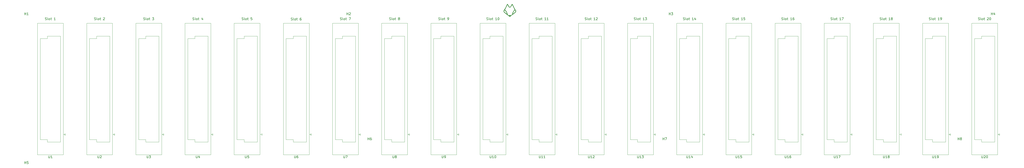
<source format=gbr>
%TF.GenerationSoftware,KiCad,Pcbnew,5.99.0+really5.1.10+dfsg1-1*%
%TF.CreationDate,2021-12-05T23:32:40+01:00*%
%TF.ProjectId,Backplane,4261636b-706c-4616-9e65-2e6b69636164,rev?*%
%TF.SameCoordinates,Original*%
%TF.FileFunction,Legend,Top*%
%TF.FilePolarity,Positive*%
%FSLAX46Y46*%
G04 Gerber Fmt 4.6, Leading zero omitted, Abs format (unit mm)*
G04 Created by KiCad (PCBNEW 5.99.0+really5.1.10+dfsg1-1) date 2021-12-05 23:32:40*
%MOMM*%
%LPD*%
G01*
G04 APERTURE LIST*
%ADD10C,0.150000*%
%ADD11C,0.120000*%
%ADD12C,0.010000*%
G04 APERTURE END LIST*
D10*
X154397142Y-59104761D02*
X154540000Y-59152380D01*
X154778095Y-59152380D01*
X154873333Y-59104761D01*
X154920952Y-59057142D01*
X154968571Y-58961904D01*
X154968571Y-58866666D01*
X154920952Y-58771428D01*
X154873333Y-58723809D01*
X154778095Y-58676190D01*
X154587619Y-58628571D01*
X154492380Y-58580952D01*
X154444761Y-58533333D01*
X154397142Y-58438095D01*
X154397142Y-58342857D01*
X154444761Y-58247619D01*
X154492380Y-58200000D01*
X154587619Y-58152380D01*
X154825714Y-58152380D01*
X154968571Y-58200000D01*
X155540000Y-59152380D02*
X155444761Y-59104761D01*
X155397142Y-59009523D01*
X155397142Y-58152380D01*
X156063809Y-59152380D02*
X155968571Y-59104761D01*
X155920952Y-59057142D01*
X155873333Y-58961904D01*
X155873333Y-58676190D01*
X155920952Y-58580952D01*
X155968571Y-58533333D01*
X156063809Y-58485714D01*
X156206666Y-58485714D01*
X156301904Y-58533333D01*
X156349523Y-58580952D01*
X156397142Y-58676190D01*
X156397142Y-58961904D01*
X156349523Y-59057142D01*
X156301904Y-59104761D01*
X156206666Y-59152380D01*
X156063809Y-59152380D01*
X156682857Y-58485714D02*
X157063809Y-58485714D01*
X156825714Y-58152380D02*
X156825714Y-59009523D01*
X156873333Y-59104761D01*
X156968571Y-59152380D01*
X157063809Y-59152380D01*
X158587619Y-58152380D02*
X158397142Y-58152380D01*
X158301904Y-58200000D01*
X158254285Y-58247619D01*
X158159047Y-58390476D01*
X158111428Y-58580952D01*
X158111428Y-58961904D01*
X158159047Y-59057142D01*
X158206666Y-59104761D01*
X158301904Y-59152380D01*
X158492380Y-59152380D01*
X158587619Y-59104761D01*
X158635238Y-59057142D01*
X158682857Y-58961904D01*
X158682857Y-58723809D01*
X158635238Y-58628571D01*
X158587619Y-58580952D01*
X158492380Y-58533333D01*
X158301904Y-58533333D01*
X158206666Y-58580952D01*
X158159047Y-58628571D01*
X158111428Y-58723809D01*
X318720952Y-59004761D02*
X318863809Y-59052380D01*
X319101904Y-59052380D01*
X319197142Y-59004761D01*
X319244761Y-58957142D01*
X319292380Y-58861904D01*
X319292380Y-58766666D01*
X319244761Y-58671428D01*
X319197142Y-58623809D01*
X319101904Y-58576190D01*
X318911428Y-58528571D01*
X318816190Y-58480952D01*
X318768571Y-58433333D01*
X318720952Y-58338095D01*
X318720952Y-58242857D01*
X318768571Y-58147619D01*
X318816190Y-58100000D01*
X318911428Y-58052380D01*
X319149523Y-58052380D01*
X319292380Y-58100000D01*
X319863809Y-59052380D02*
X319768571Y-59004761D01*
X319720952Y-58909523D01*
X319720952Y-58052380D01*
X320387619Y-59052380D02*
X320292380Y-59004761D01*
X320244761Y-58957142D01*
X320197142Y-58861904D01*
X320197142Y-58576190D01*
X320244761Y-58480952D01*
X320292380Y-58433333D01*
X320387619Y-58385714D01*
X320530476Y-58385714D01*
X320625714Y-58433333D01*
X320673333Y-58480952D01*
X320720952Y-58576190D01*
X320720952Y-58861904D01*
X320673333Y-58957142D01*
X320625714Y-59004761D01*
X320530476Y-59052380D01*
X320387619Y-59052380D01*
X321006666Y-58385714D02*
X321387619Y-58385714D01*
X321149523Y-58052380D02*
X321149523Y-58909523D01*
X321197142Y-59004761D01*
X321292380Y-59052380D01*
X321387619Y-59052380D01*
X323006666Y-59052380D02*
X322435238Y-59052380D01*
X322720952Y-59052380D02*
X322720952Y-58052380D01*
X322625714Y-58195238D01*
X322530476Y-58290476D01*
X322435238Y-58338095D01*
X323863809Y-58385714D02*
X323863809Y-59052380D01*
X323625714Y-58004761D02*
X323387619Y-58719047D01*
X324006666Y-58719047D01*
X133797142Y-59004761D02*
X133940000Y-59052380D01*
X134178095Y-59052380D01*
X134273333Y-59004761D01*
X134320952Y-58957142D01*
X134368571Y-58861904D01*
X134368571Y-58766666D01*
X134320952Y-58671428D01*
X134273333Y-58623809D01*
X134178095Y-58576190D01*
X133987619Y-58528571D01*
X133892380Y-58480952D01*
X133844761Y-58433333D01*
X133797142Y-58338095D01*
X133797142Y-58242857D01*
X133844761Y-58147619D01*
X133892380Y-58100000D01*
X133987619Y-58052380D01*
X134225714Y-58052380D01*
X134368571Y-58100000D01*
X134940000Y-59052380D02*
X134844761Y-59004761D01*
X134797142Y-58909523D01*
X134797142Y-58052380D01*
X135463809Y-59052380D02*
X135368571Y-59004761D01*
X135320952Y-58957142D01*
X135273333Y-58861904D01*
X135273333Y-58576190D01*
X135320952Y-58480952D01*
X135368571Y-58433333D01*
X135463809Y-58385714D01*
X135606666Y-58385714D01*
X135701904Y-58433333D01*
X135749523Y-58480952D01*
X135797142Y-58576190D01*
X135797142Y-58861904D01*
X135749523Y-58957142D01*
X135701904Y-59004761D01*
X135606666Y-59052380D01*
X135463809Y-59052380D01*
X136082857Y-58385714D02*
X136463809Y-58385714D01*
X136225714Y-58052380D02*
X136225714Y-58909523D01*
X136273333Y-59004761D01*
X136368571Y-59052380D01*
X136463809Y-59052380D01*
X138035238Y-58052380D02*
X137559047Y-58052380D01*
X137511428Y-58528571D01*
X137559047Y-58480952D01*
X137654285Y-58433333D01*
X137892380Y-58433333D01*
X137987619Y-58480952D01*
X138035238Y-58528571D01*
X138082857Y-58623809D01*
X138082857Y-58861904D01*
X138035238Y-58957142D01*
X137987619Y-59004761D01*
X137892380Y-59052380D01*
X137654285Y-59052380D01*
X137559047Y-59004761D01*
X137511428Y-58957142D01*
X359920952Y-59004761D02*
X360063809Y-59052380D01*
X360301904Y-59052380D01*
X360397142Y-59004761D01*
X360444761Y-58957142D01*
X360492380Y-58861904D01*
X360492380Y-58766666D01*
X360444761Y-58671428D01*
X360397142Y-58623809D01*
X360301904Y-58576190D01*
X360111428Y-58528571D01*
X360016190Y-58480952D01*
X359968571Y-58433333D01*
X359920952Y-58338095D01*
X359920952Y-58242857D01*
X359968571Y-58147619D01*
X360016190Y-58100000D01*
X360111428Y-58052380D01*
X360349523Y-58052380D01*
X360492380Y-58100000D01*
X361063809Y-59052380D02*
X360968571Y-59004761D01*
X360920952Y-58909523D01*
X360920952Y-58052380D01*
X361587619Y-59052380D02*
X361492380Y-59004761D01*
X361444761Y-58957142D01*
X361397142Y-58861904D01*
X361397142Y-58576190D01*
X361444761Y-58480952D01*
X361492380Y-58433333D01*
X361587619Y-58385714D01*
X361730476Y-58385714D01*
X361825714Y-58433333D01*
X361873333Y-58480952D01*
X361920952Y-58576190D01*
X361920952Y-58861904D01*
X361873333Y-58957142D01*
X361825714Y-59004761D01*
X361730476Y-59052380D01*
X361587619Y-59052380D01*
X362206666Y-58385714D02*
X362587619Y-58385714D01*
X362349523Y-58052380D02*
X362349523Y-58909523D01*
X362397142Y-59004761D01*
X362492380Y-59052380D01*
X362587619Y-59052380D01*
X364206666Y-59052380D02*
X363635238Y-59052380D01*
X363920952Y-59052380D02*
X363920952Y-58052380D01*
X363825714Y-58195238D01*
X363730476Y-58290476D01*
X363635238Y-58338095D01*
X365063809Y-58052380D02*
X364873333Y-58052380D01*
X364778095Y-58100000D01*
X364730476Y-58147619D01*
X364635238Y-58290476D01*
X364587619Y-58480952D01*
X364587619Y-58861904D01*
X364635238Y-58957142D01*
X364682857Y-59004761D01*
X364778095Y-59052380D01*
X364968571Y-59052380D01*
X365063809Y-59004761D01*
X365111428Y-58957142D01*
X365159047Y-58861904D01*
X365159047Y-58623809D01*
X365111428Y-58528571D01*
X365063809Y-58480952D01*
X364968571Y-58433333D01*
X364778095Y-58433333D01*
X364682857Y-58480952D01*
X364635238Y-58528571D01*
X364587619Y-58623809D01*
X51397142Y-59004761D02*
X51540000Y-59052380D01*
X51778095Y-59052380D01*
X51873333Y-59004761D01*
X51920952Y-58957142D01*
X51968571Y-58861904D01*
X51968571Y-58766666D01*
X51920952Y-58671428D01*
X51873333Y-58623809D01*
X51778095Y-58576190D01*
X51587619Y-58528571D01*
X51492380Y-58480952D01*
X51444761Y-58433333D01*
X51397142Y-58338095D01*
X51397142Y-58242857D01*
X51444761Y-58147619D01*
X51492380Y-58100000D01*
X51587619Y-58052380D01*
X51825714Y-58052380D01*
X51968571Y-58100000D01*
X52540000Y-59052380D02*
X52444761Y-59004761D01*
X52397142Y-58909523D01*
X52397142Y-58052380D01*
X53063809Y-59052380D02*
X52968571Y-59004761D01*
X52920952Y-58957142D01*
X52873333Y-58861904D01*
X52873333Y-58576190D01*
X52920952Y-58480952D01*
X52968571Y-58433333D01*
X53063809Y-58385714D01*
X53206666Y-58385714D01*
X53301904Y-58433333D01*
X53349523Y-58480952D01*
X53397142Y-58576190D01*
X53397142Y-58861904D01*
X53349523Y-58957142D01*
X53301904Y-59004761D01*
X53206666Y-59052380D01*
X53063809Y-59052380D01*
X53682857Y-58385714D02*
X54063809Y-58385714D01*
X53825714Y-58052380D02*
X53825714Y-58909523D01*
X53873333Y-59004761D01*
X53968571Y-59052380D01*
X54063809Y-59052380D01*
X55682857Y-59052380D02*
X55111428Y-59052380D01*
X55397142Y-59052380D02*
X55397142Y-58052380D01*
X55301904Y-58195238D01*
X55206666Y-58290476D01*
X55111428Y-58338095D01*
X71997142Y-59004761D02*
X72140000Y-59052380D01*
X72378095Y-59052380D01*
X72473333Y-59004761D01*
X72520952Y-58957142D01*
X72568571Y-58861904D01*
X72568571Y-58766666D01*
X72520952Y-58671428D01*
X72473333Y-58623809D01*
X72378095Y-58576190D01*
X72187619Y-58528571D01*
X72092380Y-58480952D01*
X72044761Y-58433333D01*
X71997142Y-58338095D01*
X71997142Y-58242857D01*
X72044761Y-58147619D01*
X72092380Y-58100000D01*
X72187619Y-58052380D01*
X72425714Y-58052380D01*
X72568571Y-58100000D01*
X73140000Y-59052380D02*
X73044761Y-59004761D01*
X72997142Y-58909523D01*
X72997142Y-58052380D01*
X73663809Y-59052380D02*
X73568571Y-59004761D01*
X73520952Y-58957142D01*
X73473333Y-58861904D01*
X73473333Y-58576190D01*
X73520952Y-58480952D01*
X73568571Y-58433333D01*
X73663809Y-58385714D01*
X73806666Y-58385714D01*
X73901904Y-58433333D01*
X73949523Y-58480952D01*
X73997142Y-58576190D01*
X73997142Y-58861904D01*
X73949523Y-58957142D01*
X73901904Y-59004761D01*
X73806666Y-59052380D01*
X73663809Y-59052380D01*
X74282857Y-58385714D02*
X74663809Y-58385714D01*
X74425714Y-58052380D02*
X74425714Y-58909523D01*
X74473333Y-59004761D01*
X74568571Y-59052380D01*
X74663809Y-59052380D01*
X75711428Y-58147619D02*
X75759047Y-58100000D01*
X75854285Y-58052380D01*
X76092380Y-58052380D01*
X76187619Y-58100000D01*
X76235238Y-58147619D01*
X76282857Y-58242857D01*
X76282857Y-58338095D01*
X76235238Y-58480952D01*
X75663809Y-59052380D01*
X76282857Y-59052380D01*
X92597142Y-59004761D02*
X92740000Y-59052380D01*
X92978095Y-59052380D01*
X93073333Y-59004761D01*
X93120952Y-58957142D01*
X93168571Y-58861904D01*
X93168571Y-58766666D01*
X93120952Y-58671428D01*
X93073333Y-58623809D01*
X92978095Y-58576190D01*
X92787619Y-58528571D01*
X92692380Y-58480952D01*
X92644761Y-58433333D01*
X92597142Y-58338095D01*
X92597142Y-58242857D01*
X92644761Y-58147619D01*
X92692380Y-58100000D01*
X92787619Y-58052380D01*
X93025714Y-58052380D01*
X93168571Y-58100000D01*
X93740000Y-59052380D02*
X93644761Y-59004761D01*
X93597142Y-58909523D01*
X93597142Y-58052380D01*
X94263809Y-59052380D02*
X94168571Y-59004761D01*
X94120952Y-58957142D01*
X94073333Y-58861904D01*
X94073333Y-58576190D01*
X94120952Y-58480952D01*
X94168571Y-58433333D01*
X94263809Y-58385714D01*
X94406666Y-58385714D01*
X94501904Y-58433333D01*
X94549523Y-58480952D01*
X94597142Y-58576190D01*
X94597142Y-58861904D01*
X94549523Y-58957142D01*
X94501904Y-59004761D01*
X94406666Y-59052380D01*
X94263809Y-59052380D01*
X94882857Y-58385714D02*
X95263809Y-58385714D01*
X95025714Y-58052380D02*
X95025714Y-58909523D01*
X95073333Y-59004761D01*
X95168571Y-59052380D01*
X95263809Y-59052380D01*
X96263809Y-58052380D02*
X96882857Y-58052380D01*
X96549523Y-58433333D01*
X96692380Y-58433333D01*
X96787619Y-58480952D01*
X96835238Y-58528571D01*
X96882857Y-58623809D01*
X96882857Y-58861904D01*
X96835238Y-58957142D01*
X96787619Y-59004761D01*
X96692380Y-59052380D01*
X96406666Y-59052380D01*
X96311428Y-59004761D01*
X96263809Y-58957142D01*
X195597142Y-59004761D02*
X195740000Y-59052380D01*
X195978095Y-59052380D01*
X196073333Y-59004761D01*
X196120952Y-58957142D01*
X196168571Y-58861904D01*
X196168571Y-58766666D01*
X196120952Y-58671428D01*
X196073333Y-58623809D01*
X195978095Y-58576190D01*
X195787619Y-58528571D01*
X195692380Y-58480952D01*
X195644761Y-58433333D01*
X195597142Y-58338095D01*
X195597142Y-58242857D01*
X195644761Y-58147619D01*
X195692380Y-58100000D01*
X195787619Y-58052380D01*
X196025714Y-58052380D01*
X196168571Y-58100000D01*
X196740000Y-59052380D02*
X196644761Y-59004761D01*
X196597142Y-58909523D01*
X196597142Y-58052380D01*
X197263809Y-59052380D02*
X197168571Y-59004761D01*
X197120952Y-58957142D01*
X197073333Y-58861904D01*
X197073333Y-58576190D01*
X197120952Y-58480952D01*
X197168571Y-58433333D01*
X197263809Y-58385714D01*
X197406666Y-58385714D01*
X197501904Y-58433333D01*
X197549523Y-58480952D01*
X197597142Y-58576190D01*
X197597142Y-58861904D01*
X197549523Y-58957142D01*
X197501904Y-59004761D01*
X197406666Y-59052380D01*
X197263809Y-59052380D01*
X197882857Y-58385714D02*
X198263809Y-58385714D01*
X198025714Y-58052380D02*
X198025714Y-58909523D01*
X198073333Y-59004761D01*
X198168571Y-59052380D01*
X198263809Y-59052380D01*
X199501904Y-58480952D02*
X199406666Y-58433333D01*
X199359047Y-58385714D01*
X199311428Y-58290476D01*
X199311428Y-58242857D01*
X199359047Y-58147619D01*
X199406666Y-58100000D01*
X199501904Y-58052380D01*
X199692380Y-58052380D01*
X199787619Y-58100000D01*
X199835238Y-58147619D01*
X199882857Y-58242857D01*
X199882857Y-58290476D01*
X199835238Y-58385714D01*
X199787619Y-58433333D01*
X199692380Y-58480952D01*
X199501904Y-58480952D01*
X199406666Y-58528571D01*
X199359047Y-58576190D01*
X199311428Y-58671428D01*
X199311428Y-58861904D01*
X199359047Y-58957142D01*
X199406666Y-59004761D01*
X199501904Y-59052380D01*
X199692380Y-59052380D01*
X199787619Y-59004761D01*
X199835238Y-58957142D01*
X199882857Y-58861904D01*
X199882857Y-58671428D01*
X199835238Y-58576190D01*
X199787619Y-58528571D01*
X199692380Y-58480952D01*
X216197142Y-59004761D02*
X216340000Y-59052380D01*
X216578095Y-59052380D01*
X216673333Y-59004761D01*
X216720952Y-58957142D01*
X216768571Y-58861904D01*
X216768571Y-58766666D01*
X216720952Y-58671428D01*
X216673333Y-58623809D01*
X216578095Y-58576190D01*
X216387619Y-58528571D01*
X216292380Y-58480952D01*
X216244761Y-58433333D01*
X216197142Y-58338095D01*
X216197142Y-58242857D01*
X216244761Y-58147619D01*
X216292380Y-58100000D01*
X216387619Y-58052380D01*
X216625714Y-58052380D01*
X216768571Y-58100000D01*
X217340000Y-59052380D02*
X217244761Y-59004761D01*
X217197142Y-58909523D01*
X217197142Y-58052380D01*
X217863809Y-59052380D02*
X217768571Y-59004761D01*
X217720952Y-58957142D01*
X217673333Y-58861904D01*
X217673333Y-58576190D01*
X217720952Y-58480952D01*
X217768571Y-58433333D01*
X217863809Y-58385714D01*
X218006666Y-58385714D01*
X218101904Y-58433333D01*
X218149523Y-58480952D01*
X218197142Y-58576190D01*
X218197142Y-58861904D01*
X218149523Y-58957142D01*
X218101904Y-59004761D01*
X218006666Y-59052380D01*
X217863809Y-59052380D01*
X218482857Y-58385714D02*
X218863809Y-58385714D01*
X218625714Y-58052380D02*
X218625714Y-58909523D01*
X218673333Y-59004761D01*
X218768571Y-59052380D01*
X218863809Y-59052380D01*
X220006666Y-59052380D02*
X220197142Y-59052380D01*
X220292380Y-59004761D01*
X220340000Y-58957142D01*
X220435238Y-58814285D01*
X220482857Y-58623809D01*
X220482857Y-58242857D01*
X220435238Y-58147619D01*
X220387619Y-58100000D01*
X220292380Y-58052380D01*
X220101904Y-58052380D01*
X220006666Y-58100000D01*
X219959047Y-58147619D01*
X219911428Y-58242857D01*
X219911428Y-58480952D01*
X219959047Y-58576190D01*
X220006666Y-58623809D01*
X220101904Y-58671428D01*
X220292380Y-58671428D01*
X220387619Y-58623809D01*
X220435238Y-58576190D01*
X220482857Y-58480952D01*
X236320952Y-59004761D02*
X236463809Y-59052380D01*
X236701904Y-59052380D01*
X236797142Y-59004761D01*
X236844761Y-58957142D01*
X236892380Y-58861904D01*
X236892380Y-58766666D01*
X236844761Y-58671428D01*
X236797142Y-58623809D01*
X236701904Y-58576190D01*
X236511428Y-58528571D01*
X236416190Y-58480952D01*
X236368571Y-58433333D01*
X236320952Y-58338095D01*
X236320952Y-58242857D01*
X236368571Y-58147619D01*
X236416190Y-58100000D01*
X236511428Y-58052380D01*
X236749523Y-58052380D01*
X236892380Y-58100000D01*
X237463809Y-59052380D02*
X237368571Y-59004761D01*
X237320952Y-58909523D01*
X237320952Y-58052380D01*
X237987619Y-59052380D02*
X237892380Y-59004761D01*
X237844761Y-58957142D01*
X237797142Y-58861904D01*
X237797142Y-58576190D01*
X237844761Y-58480952D01*
X237892380Y-58433333D01*
X237987619Y-58385714D01*
X238130476Y-58385714D01*
X238225714Y-58433333D01*
X238273333Y-58480952D01*
X238320952Y-58576190D01*
X238320952Y-58861904D01*
X238273333Y-58957142D01*
X238225714Y-59004761D01*
X238130476Y-59052380D01*
X237987619Y-59052380D01*
X238606666Y-58385714D02*
X238987619Y-58385714D01*
X238749523Y-58052380D02*
X238749523Y-58909523D01*
X238797142Y-59004761D01*
X238892380Y-59052380D01*
X238987619Y-59052380D01*
X240606666Y-59052380D02*
X240035238Y-59052380D01*
X240320952Y-59052380D02*
X240320952Y-58052380D01*
X240225714Y-58195238D01*
X240130476Y-58290476D01*
X240035238Y-58338095D01*
X241225714Y-58052380D02*
X241320952Y-58052380D01*
X241416190Y-58100000D01*
X241463809Y-58147619D01*
X241511428Y-58242857D01*
X241559047Y-58433333D01*
X241559047Y-58671428D01*
X241511428Y-58861904D01*
X241463809Y-58957142D01*
X241416190Y-59004761D01*
X241320952Y-59052380D01*
X241225714Y-59052380D01*
X241130476Y-59004761D01*
X241082857Y-58957142D01*
X241035238Y-58861904D01*
X240987619Y-58671428D01*
X240987619Y-58433333D01*
X241035238Y-58242857D01*
X241082857Y-58147619D01*
X241130476Y-58100000D01*
X241225714Y-58052380D01*
X256920952Y-59004761D02*
X257063809Y-59052380D01*
X257301904Y-59052380D01*
X257397142Y-59004761D01*
X257444761Y-58957142D01*
X257492380Y-58861904D01*
X257492380Y-58766666D01*
X257444761Y-58671428D01*
X257397142Y-58623809D01*
X257301904Y-58576190D01*
X257111428Y-58528571D01*
X257016190Y-58480952D01*
X256968571Y-58433333D01*
X256920952Y-58338095D01*
X256920952Y-58242857D01*
X256968571Y-58147619D01*
X257016190Y-58100000D01*
X257111428Y-58052380D01*
X257349523Y-58052380D01*
X257492380Y-58100000D01*
X258063809Y-59052380D02*
X257968571Y-59004761D01*
X257920952Y-58909523D01*
X257920952Y-58052380D01*
X258587619Y-59052380D02*
X258492380Y-59004761D01*
X258444761Y-58957142D01*
X258397142Y-58861904D01*
X258397142Y-58576190D01*
X258444761Y-58480952D01*
X258492380Y-58433333D01*
X258587619Y-58385714D01*
X258730476Y-58385714D01*
X258825714Y-58433333D01*
X258873333Y-58480952D01*
X258920952Y-58576190D01*
X258920952Y-58861904D01*
X258873333Y-58957142D01*
X258825714Y-59004761D01*
X258730476Y-59052380D01*
X258587619Y-59052380D01*
X259206666Y-58385714D02*
X259587619Y-58385714D01*
X259349523Y-58052380D02*
X259349523Y-58909523D01*
X259397142Y-59004761D01*
X259492380Y-59052380D01*
X259587619Y-59052380D01*
X261206666Y-59052380D02*
X260635238Y-59052380D01*
X260920952Y-59052380D02*
X260920952Y-58052380D01*
X260825714Y-58195238D01*
X260730476Y-58290476D01*
X260635238Y-58338095D01*
X262159047Y-59052380D02*
X261587619Y-59052380D01*
X261873333Y-59052380D02*
X261873333Y-58052380D01*
X261778095Y-58195238D01*
X261682857Y-58290476D01*
X261587619Y-58338095D01*
X277520952Y-59004761D02*
X277663809Y-59052380D01*
X277901904Y-59052380D01*
X277997142Y-59004761D01*
X278044761Y-58957142D01*
X278092380Y-58861904D01*
X278092380Y-58766666D01*
X278044761Y-58671428D01*
X277997142Y-58623809D01*
X277901904Y-58576190D01*
X277711428Y-58528571D01*
X277616190Y-58480952D01*
X277568571Y-58433333D01*
X277520952Y-58338095D01*
X277520952Y-58242857D01*
X277568571Y-58147619D01*
X277616190Y-58100000D01*
X277711428Y-58052380D01*
X277949523Y-58052380D01*
X278092380Y-58100000D01*
X278663809Y-59052380D02*
X278568571Y-59004761D01*
X278520952Y-58909523D01*
X278520952Y-58052380D01*
X279187619Y-59052380D02*
X279092380Y-59004761D01*
X279044761Y-58957142D01*
X278997142Y-58861904D01*
X278997142Y-58576190D01*
X279044761Y-58480952D01*
X279092380Y-58433333D01*
X279187619Y-58385714D01*
X279330476Y-58385714D01*
X279425714Y-58433333D01*
X279473333Y-58480952D01*
X279520952Y-58576190D01*
X279520952Y-58861904D01*
X279473333Y-58957142D01*
X279425714Y-59004761D01*
X279330476Y-59052380D01*
X279187619Y-59052380D01*
X279806666Y-58385714D02*
X280187619Y-58385714D01*
X279949523Y-58052380D02*
X279949523Y-58909523D01*
X279997142Y-59004761D01*
X280092380Y-59052380D01*
X280187619Y-59052380D01*
X281806666Y-59052380D02*
X281235238Y-59052380D01*
X281520952Y-59052380D02*
X281520952Y-58052380D01*
X281425714Y-58195238D01*
X281330476Y-58290476D01*
X281235238Y-58338095D01*
X282187619Y-58147619D02*
X282235238Y-58100000D01*
X282330476Y-58052380D01*
X282568571Y-58052380D01*
X282663809Y-58100000D01*
X282711428Y-58147619D01*
X282759047Y-58242857D01*
X282759047Y-58338095D01*
X282711428Y-58480952D01*
X282140000Y-59052380D01*
X282759047Y-59052380D01*
X298120952Y-59004761D02*
X298263809Y-59052380D01*
X298501904Y-59052380D01*
X298597142Y-59004761D01*
X298644761Y-58957142D01*
X298692380Y-58861904D01*
X298692380Y-58766666D01*
X298644761Y-58671428D01*
X298597142Y-58623809D01*
X298501904Y-58576190D01*
X298311428Y-58528571D01*
X298216190Y-58480952D01*
X298168571Y-58433333D01*
X298120952Y-58338095D01*
X298120952Y-58242857D01*
X298168571Y-58147619D01*
X298216190Y-58100000D01*
X298311428Y-58052380D01*
X298549523Y-58052380D01*
X298692380Y-58100000D01*
X299263809Y-59052380D02*
X299168571Y-59004761D01*
X299120952Y-58909523D01*
X299120952Y-58052380D01*
X299787619Y-59052380D02*
X299692380Y-59004761D01*
X299644761Y-58957142D01*
X299597142Y-58861904D01*
X299597142Y-58576190D01*
X299644761Y-58480952D01*
X299692380Y-58433333D01*
X299787619Y-58385714D01*
X299930476Y-58385714D01*
X300025714Y-58433333D01*
X300073333Y-58480952D01*
X300120952Y-58576190D01*
X300120952Y-58861904D01*
X300073333Y-58957142D01*
X300025714Y-59004761D01*
X299930476Y-59052380D01*
X299787619Y-59052380D01*
X300406666Y-58385714D02*
X300787619Y-58385714D01*
X300549523Y-58052380D02*
X300549523Y-58909523D01*
X300597142Y-59004761D01*
X300692380Y-59052380D01*
X300787619Y-59052380D01*
X302406666Y-59052380D02*
X301835238Y-59052380D01*
X302120952Y-59052380D02*
X302120952Y-58052380D01*
X302025714Y-58195238D01*
X301930476Y-58290476D01*
X301835238Y-58338095D01*
X302740000Y-58052380D02*
X303359047Y-58052380D01*
X303025714Y-58433333D01*
X303168571Y-58433333D01*
X303263809Y-58480952D01*
X303311428Y-58528571D01*
X303359047Y-58623809D01*
X303359047Y-58861904D01*
X303311428Y-58957142D01*
X303263809Y-59004761D01*
X303168571Y-59052380D01*
X302882857Y-59052380D01*
X302787619Y-59004761D01*
X302740000Y-58957142D01*
X174997142Y-59004761D02*
X175140000Y-59052380D01*
X175378095Y-59052380D01*
X175473333Y-59004761D01*
X175520952Y-58957142D01*
X175568571Y-58861904D01*
X175568571Y-58766666D01*
X175520952Y-58671428D01*
X175473333Y-58623809D01*
X175378095Y-58576190D01*
X175187619Y-58528571D01*
X175092380Y-58480952D01*
X175044761Y-58433333D01*
X174997142Y-58338095D01*
X174997142Y-58242857D01*
X175044761Y-58147619D01*
X175092380Y-58100000D01*
X175187619Y-58052380D01*
X175425714Y-58052380D01*
X175568571Y-58100000D01*
X176140000Y-59052380D02*
X176044761Y-59004761D01*
X175997142Y-58909523D01*
X175997142Y-58052380D01*
X176663809Y-59052380D02*
X176568571Y-59004761D01*
X176520952Y-58957142D01*
X176473333Y-58861904D01*
X176473333Y-58576190D01*
X176520952Y-58480952D01*
X176568571Y-58433333D01*
X176663809Y-58385714D01*
X176806666Y-58385714D01*
X176901904Y-58433333D01*
X176949523Y-58480952D01*
X176997142Y-58576190D01*
X176997142Y-58861904D01*
X176949523Y-58957142D01*
X176901904Y-59004761D01*
X176806666Y-59052380D01*
X176663809Y-59052380D01*
X177282857Y-58385714D02*
X177663809Y-58385714D01*
X177425714Y-58052380D02*
X177425714Y-58909523D01*
X177473333Y-59004761D01*
X177568571Y-59052380D01*
X177663809Y-59052380D01*
X178663809Y-58052380D02*
X179330476Y-58052380D01*
X178901904Y-59052380D01*
X113197142Y-59004761D02*
X113340000Y-59052380D01*
X113578095Y-59052380D01*
X113673333Y-59004761D01*
X113720952Y-58957142D01*
X113768571Y-58861904D01*
X113768571Y-58766666D01*
X113720952Y-58671428D01*
X113673333Y-58623809D01*
X113578095Y-58576190D01*
X113387619Y-58528571D01*
X113292380Y-58480952D01*
X113244761Y-58433333D01*
X113197142Y-58338095D01*
X113197142Y-58242857D01*
X113244761Y-58147619D01*
X113292380Y-58100000D01*
X113387619Y-58052380D01*
X113625714Y-58052380D01*
X113768571Y-58100000D01*
X114340000Y-59052380D02*
X114244761Y-59004761D01*
X114197142Y-58909523D01*
X114197142Y-58052380D01*
X114863809Y-59052380D02*
X114768571Y-59004761D01*
X114720952Y-58957142D01*
X114673333Y-58861904D01*
X114673333Y-58576190D01*
X114720952Y-58480952D01*
X114768571Y-58433333D01*
X114863809Y-58385714D01*
X115006666Y-58385714D01*
X115101904Y-58433333D01*
X115149523Y-58480952D01*
X115197142Y-58576190D01*
X115197142Y-58861904D01*
X115149523Y-58957142D01*
X115101904Y-59004761D01*
X115006666Y-59052380D01*
X114863809Y-59052380D01*
X115482857Y-58385714D02*
X115863809Y-58385714D01*
X115625714Y-58052380D02*
X115625714Y-58909523D01*
X115673333Y-59004761D01*
X115768571Y-59052380D01*
X115863809Y-59052380D01*
X117387619Y-58385714D02*
X117387619Y-59052380D01*
X117149523Y-58004761D02*
X116911428Y-58719047D01*
X117530476Y-58719047D01*
X339320952Y-59004761D02*
X339463809Y-59052380D01*
X339701904Y-59052380D01*
X339797142Y-59004761D01*
X339844761Y-58957142D01*
X339892380Y-58861904D01*
X339892380Y-58766666D01*
X339844761Y-58671428D01*
X339797142Y-58623809D01*
X339701904Y-58576190D01*
X339511428Y-58528571D01*
X339416190Y-58480952D01*
X339368571Y-58433333D01*
X339320952Y-58338095D01*
X339320952Y-58242857D01*
X339368571Y-58147619D01*
X339416190Y-58100000D01*
X339511428Y-58052380D01*
X339749523Y-58052380D01*
X339892380Y-58100000D01*
X340463809Y-59052380D02*
X340368571Y-59004761D01*
X340320952Y-58909523D01*
X340320952Y-58052380D01*
X340987619Y-59052380D02*
X340892380Y-59004761D01*
X340844761Y-58957142D01*
X340797142Y-58861904D01*
X340797142Y-58576190D01*
X340844761Y-58480952D01*
X340892380Y-58433333D01*
X340987619Y-58385714D01*
X341130476Y-58385714D01*
X341225714Y-58433333D01*
X341273333Y-58480952D01*
X341320952Y-58576190D01*
X341320952Y-58861904D01*
X341273333Y-58957142D01*
X341225714Y-59004761D01*
X341130476Y-59052380D01*
X340987619Y-59052380D01*
X341606666Y-58385714D02*
X341987619Y-58385714D01*
X341749523Y-58052380D02*
X341749523Y-58909523D01*
X341797142Y-59004761D01*
X341892380Y-59052380D01*
X341987619Y-59052380D01*
X343606666Y-59052380D02*
X343035238Y-59052380D01*
X343320952Y-59052380D02*
X343320952Y-58052380D01*
X343225714Y-58195238D01*
X343130476Y-58290476D01*
X343035238Y-58338095D01*
X344511428Y-58052380D02*
X344035238Y-58052380D01*
X343987619Y-58528571D01*
X344035238Y-58480952D01*
X344130476Y-58433333D01*
X344368571Y-58433333D01*
X344463809Y-58480952D01*
X344511428Y-58528571D01*
X344559047Y-58623809D01*
X344559047Y-58861904D01*
X344511428Y-58957142D01*
X344463809Y-59004761D01*
X344368571Y-59052380D01*
X344130476Y-59052380D01*
X344035238Y-59004761D01*
X343987619Y-58957142D01*
X380520952Y-59004761D02*
X380663809Y-59052380D01*
X380901904Y-59052380D01*
X380997142Y-59004761D01*
X381044761Y-58957142D01*
X381092380Y-58861904D01*
X381092380Y-58766666D01*
X381044761Y-58671428D01*
X380997142Y-58623809D01*
X380901904Y-58576190D01*
X380711428Y-58528571D01*
X380616190Y-58480952D01*
X380568571Y-58433333D01*
X380520952Y-58338095D01*
X380520952Y-58242857D01*
X380568571Y-58147619D01*
X380616190Y-58100000D01*
X380711428Y-58052380D01*
X380949523Y-58052380D01*
X381092380Y-58100000D01*
X381663809Y-59052380D02*
X381568571Y-59004761D01*
X381520952Y-58909523D01*
X381520952Y-58052380D01*
X382187619Y-59052380D02*
X382092380Y-59004761D01*
X382044761Y-58957142D01*
X381997142Y-58861904D01*
X381997142Y-58576190D01*
X382044761Y-58480952D01*
X382092380Y-58433333D01*
X382187619Y-58385714D01*
X382330476Y-58385714D01*
X382425714Y-58433333D01*
X382473333Y-58480952D01*
X382520952Y-58576190D01*
X382520952Y-58861904D01*
X382473333Y-58957142D01*
X382425714Y-59004761D01*
X382330476Y-59052380D01*
X382187619Y-59052380D01*
X382806666Y-58385714D02*
X383187619Y-58385714D01*
X382949523Y-58052380D02*
X382949523Y-58909523D01*
X382997142Y-59004761D01*
X383092380Y-59052380D01*
X383187619Y-59052380D01*
X384806666Y-59052380D02*
X384235238Y-59052380D01*
X384520952Y-59052380D02*
X384520952Y-58052380D01*
X384425714Y-58195238D01*
X384330476Y-58290476D01*
X384235238Y-58338095D01*
X385140000Y-58052380D02*
X385806666Y-58052380D01*
X385378095Y-59052380D01*
X401120952Y-59004761D02*
X401263809Y-59052380D01*
X401501904Y-59052380D01*
X401597142Y-59004761D01*
X401644761Y-58957142D01*
X401692380Y-58861904D01*
X401692380Y-58766666D01*
X401644761Y-58671428D01*
X401597142Y-58623809D01*
X401501904Y-58576190D01*
X401311428Y-58528571D01*
X401216190Y-58480952D01*
X401168571Y-58433333D01*
X401120952Y-58338095D01*
X401120952Y-58242857D01*
X401168571Y-58147619D01*
X401216190Y-58100000D01*
X401311428Y-58052380D01*
X401549523Y-58052380D01*
X401692380Y-58100000D01*
X402263809Y-59052380D02*
X402168571Y-59004761D01*
X402120952Y-58909523D01*
X402120952Y-58052380D01*
X402787619Y-59052380D02*
X402692380Y-59004761D01*
X402644761Y-58957142D01*
X402597142Y-58861904D01*
X402597142Y-58576190D01*
X402644761Y-58480952D01*
X402692380Y-58433333D01*
X402787619Y-58385714D01*
X402930476Y-58385714D01*
X403025714Y-58433333D01*
X403073333Y-58480952D01*
X403120952Y-58576190D01*
X403120952Y-58861904D01*
X403073333Y-58957142D01*
X403025714Y-59004761D01*
X402930476Y-59052380D01*
X402787619Y-59052380D01*
X403406666Y-58385714D02*
X403787619Y-58385714D01*
X403549523Y-58052380D02*
X403549523Y-58909523D01*
X403597142Y-59004761D01*
X403692380Y-59052380D01*
X403787619Y-59052380D01*
X405406666Y-59052380D02*
X404835238Y-59052380D01*
X405120952Y-59052380D02*
X405120952Y-58052380D01*
X405025714Y-58195238D01*
X404930476Y-58290476D01*
X404835238Y-58338095D01*
X405978095Y-58480952D02*
X405882857Y-58433333D01*
X405835238Y-58385714D01*
X405787619Y-58290476D01*
X405787619Y-58242857D01*
X405835238Y-58147619D01*
X405882857Y-58100000D01*
X405978095Y-58052380D01*
X406168571Y-58052380D01*
X406263809Y-58100000D01*
X406311428Y-58147619D01*
X406359047Y-58242857D01*
X406359047Y-58290476D01*
X406311428Y-58385714D01*
X406263809Y-58433333D01*
X406168571Y-58480952D01*
X405978095Y-58480952D01*
X405882857Y-58528571D01*
X405835238Y-58576190D01*
X405787619Y-58671428D01*
X405787619Y-58861904D01*
X405835238Y-58957142D01*
X405882857Y-59004761D01*
X405978095Y-59052380D01*
X406168571Y-59052380D01*
X406263809Y-59004761D01*
X406311428Y-58957142D01*
X406359047Y-58861904D01*
X406359047Y-58671428D01*
X406311428Y-58576190D01*
X406263809Y-58528571D01*
X406168571Y-58480952D01*
X421720952Y-59004761D02*
X421863809Y-59052380D01*
X422101904Y-59052380D01*
X422197142Y-59004761D01*
X422244761Y-58957142D01*
X422292380Y-58861904D01*
X422292380Y-58766666D01*
X422244761Y-58671428D01*
X422197142Y-58623809D01*
X422101904Y-58576190D01*
X421911428Y-58528571D01*
X421816190Y-58480952D01*
X421768571Y-58433333D01*
X421720952Y-58338095D01*
X421720952Y-58242857D01*
X421768571Y-58147619D01*
X421816190Y-58100000D01*
X421911428Y-58052380D01*
X422149523Y-58052380D01*
X422292380Y-58100000D01*
X422863809Y-59052380D02*
X422768571Y-59004761D01*
X422720952Y-58909523D01*
X422720952Y-58052380D01*
X423387619Y-59052380D02*
X423292380Y-59004761D01*
X423244761Y-58957142D01*
X423197142Y-58861904D01*
X423197142Y-58576190D01*
X423244761Y-58480952D01*
X423292380Y-58433333D01*
X423387619Y-58385714D01*
X423530476Y-58385714D01*
X423625714Y-58433333D01*
X423673333Y-58480952D01*
X423720952Y-58576190D01*
X423720952Y-58861904D01*
X423673333Y-58957142D01*
X423625714Y-59004761D01*
X423530476Y-59052380D01*
X423387619Y-59052380D01*
X424006666Y-58385714D02*
X424387619Y-58385714D01*
X424149523Y-58052380D02*
X424149523Y-58909523D01*
X424197142Y-59004761D01*
X424292380Y-59052380D01*
X424387619Y-59052380D01*
X426006666Y-59052380D02*
X425435238Y-59052380D01*
X425720952Y-59052380D02*
X425720952Y-58052380D01*
X425625714Y-58195238D01*
X425530476Y-58290476D01*
X425435238Y-58338095D01*
X426482857Y-59052380D02*
X426673333Y-59052380D01*
X426768571Y-59004761D01*
X426816190Y-58957142D01*
X426911428Y-58814285D01*
X426959047Y-58623809D01*
X426959047Y-58242857D01*
X426911428Y-58147619D01*
X426863809Y-58100000D01*
X426768571Y-58052380D01*
X426578095Y-58052380D01*
X426482857Y-58100000D01*
X426435238Y-58147619D01*
X426387619Y-58242857D01*
X426387619Y-58480952D01*
X426435238Y-58576190D01*
X426482857Y-58623809D01*
X426578095Y-58671428D01*
X426768571Y-58671428D01*
X426863809Y-58623809D01*
X426911428Y-58576190D01*
X426959047Y-58480952D01*
X442320952Y-59004761D02*
X442463809Y-59052380D01*
X442701904Y-59052380D01*
X442797142Y-59004761D01*
X442844761Y-58957142D01*
X442892380Y-58861904D01*
X442892380Y-58766666D01*
X442844761Y-58671428D01*
X442797142Y-58623809D01*
X442701904Y-58576190D01*
X442511428Y-58528571D01*
X442416190Y-58480952D01*
X442368571Y-58433333D01*
X442320952Y-58338095D01*
X442320952Y-58242857D01*
X442368571Y-58147619D01*
X442416190Y-58100000D01*
X442511428Y-58052380D01*
X442749523Y-58052380D01*
X442892380Y-58100000D01*
X443463809Y-59052380D02*
X443368571Y-59004761D01*
X443320952Y-58909523D01*
X443320952Y-58052380D01*
X443987619Y-59052380D02*
X443892380Y-59004761D01*
X443844761Y-58957142D01*
X443797142Y-58861904D01*
X443797142Y-58576190D01*
X443844761Y-58480952D01*
X443892380Y-58433333D01*
X443987619Y-58385714D01*
X444130476Y-58385714D01*
X444225714Y-58433333D01*
X444273333Y-58480952D01*
X444320952Y-58576190D01*
X444320952Y-58861904D01*
X444273333Y-58957142D01*
X444225714Y-59004761D01*
X444130476Y-59052380D01*
X443987619Y-59052380D01*
X444606666Y-58385714D02*
X444987619Y-58385714D01*
X444749523Y-58052380D02*
X444749523Y-58909523D01*
X444797142Y-59004761D01*
X444892380Y-59052380D01*
X444987619Y-59052380D01*
X446035238Y-58147619D02*
X446082857Y-58100000D01*
X446178095Y-58052380D01*
X446416190Y-58052380D01*
X446511428Y-58100000D01*
X446559047Y-58147619D01*
X446606666Y-58242857D01*
X446606666Y-58338095D01*
X446559047Y-58480952D01*
X445987619Y-59052380D01*
X446606666Y-59052380D01*
X447225714Y-58052380D02*
X447320952Y-58052380D01*
X447416190Y-58100000D01*
X447463809Y-58147619D01*
X447511428Y-58242857D01*
X447559047Y-58433333D01*
X447559047Y-58671428D01*
X447511428Y-58861904D01*
X447463809Y-58957142D01*
X447416190Y-59004761D01*
X447320952Y-59052380D01*
X447225714Y-59052380D01*
X447130476Y-59004761D01*
X447082857Y-58957142D01*
X447035238Y-58861904D01*
X446987619Y-58671428D01*
X446987619Y-58433333D01*
X447035238Y-58242857D01*
X447082857Y-58147619D01*
X447130476Y-58100000D01*
X447225714Y-58052380D01*
D11*
%TO.C,U19*%
X428590000Y-65850000D02*
X428590000Y-110250000D01*
X423090000Y-65850000D02*
X428590000Y-65850000D01*
X423090000Y-66850000D02*
X423090000Y-65850000D01*
X420090000Y-66850000D02*
X423090000Y-66850000D01*
X420090000Y-109250000D02*
X420090000Y-66850000D01*
X423090000Y-109250000D02*
X420090000Y-109250000D01*
X423090000Y-110250000D02*
X423090000Y-109250000D01*
X428590000Y-110250000D02*
X423090000Y-110250000D01*
X430620000Y-106800000D02*
X429940000Y-107100000D01*
X430620000Y-107400000D02*
X430620000Y-106800000D01*
X429940000Y-107100000D02*
X430620000Y-107400000D01*
X429750000Y-60440000D02*
X429750000Y-115660000D01*
X418930000Y-60440000D02*
X429750000Y-60440000D01*
X418930000Y-115660000D02*
X418930000Y-60440000D01*
X429750000Y-115660000D02*
X418930000Y-115660000D01*
%TO.C,U1*%
X57790000Y-65850000D02*
X57790000Y-110250000D01*
X52290000Y-65850000D02*
X57790000Y-65850000D01*
X52290000Y-66850000D02*
X52290000Y-65850000D01*
X49290000Y-66850000D02*
X52290000Y-66850000D01*
X49290000Y-109250000D02*
X49290000Y-66850000D01*
X52290000Y-109250000D02*
X49290000Y-109250000D01*
X52290000Y-110250000D02*
X52290000Y-109250000D01*
X57790000Y-110250000D02*
X52290000Y-110250000D01*
X59820000Y-106800000D02*
X59140000Y-107100000D01*
X59820000Y-107400000D02*
X59820000Y-106800000D01*
X59140000Y-107100000D02*
X59820000Y-107400000D01*
X58950000Y-60440000D02*
X58950000Y-115660000D01*
X48130000Y-60440000D02*
X58950000Y-60440000D01*
X48130000Y-115660000D02*
X48130000Y-60440000D01*
X58950000Y-115660000D02*
X48130000Y-115660000D01*
D12*
%TO.C,MARK3*%
G36*
X245134364Y-52426219D02*
G01*
X245156629Y-52454776D01*
X245183419Y-52494820D01*
X245209821Y-52538891D01*
X245216278Y-52550573D01*
X245230577Y-52576624D01*
X245254039Y-52618928D01*
X245285441Y-52675295D01*
X245323557Y-52743535D01*
X245367164Y-52821460D01*
X245415037Y-52906878D01*
X245465952Y-52997602D01*
X245518685Y-53091440D01*
X245522175Y-53097646D01*
X245782568Y-53560667D01*
X246217432Y-53560667D01*
X246477825Y-53097646D01*
X246530634Y-53003679D01*
X246581706Y-52912685D01*
X246629816Y-52826851D01*
X246673740Y-52748369D01*
X246712254Y-52679427D01*
X246744133Y-52622215D01*
X246768153Y-52578922D01*
X246783089Y-52551739D01*
X246783722Y-52550573D01*
X246809171Y-52506695D01*
X246836341Y-52464821D01*
X246860320Y-52432409D01*
X246865635Y-52426219D01*
X246902046Y-52385917D01*
X247088252Y-52385917D01*
X247119671Y-52428639D01*
X247130485Y-52446772D01*
X247149174Y-52482005D01*
X247174702Y-52532235D01*
X247206035Y-52595363D01*
X247242139Y-52669286D01*
X247281979Y-52751903D01*
X247324521Y-52841113D01*
X247365860Y-52928702D01*
X247439077Y-53084583D01*
X247504269Y-53223210D01*
X247562409Y-53346488D01*
X247614472Y-53456324D01*
X247661430Y-53554623D01*
X247704256Y-53643289D01*
X247743923Y-53724229D01*
X247781404Y-53799347D01*
X247817673Y-53870550D01*
X247853702Y-53939742D01*
X247890465Y-54008830D01*
X247928934Y-54079718D01*
X247970083Y-54154313D01*
X248014884Y-54234518D01*
X248064312Y-54322241D01*
X248119338Y-54419386D01*
X248180936Y-54527859D01*
X248196641Y-54555500D01*
X248566458Y-55206375D01*
X248569988Y-55324352D01*
X248571068Y-55379398D01*
X248569906Y-55419998D01*
X248565687Y-55452826D01*
X248557598Y-55484555D01*
X248546433Y-55517415D01*
X248500529Y-55626189D01*
X248443644Y-55725673D01*
X248372274Y-55821427D01*
X248313016Y-55887952D01*
X248296807Y-55902980D01*
X248265108Y-55930335D01*
X248218981Y-55969151D01*
X248159488Y-56018563D01*
X248087690Y-56077704D01*
X248004650Y-56145708D01*
X247911430Y-56221711D01*
X247809092Y-56304845D01*
X247698698Y-56394246D01*
X247581309Y-56489046D01*
X247457989Y-56588382D01*
X247329799Y-56691386D01*
X247197801Y-56797193D01*
X247193340Y-56800764D01*
X246137722Y-57645833D01*
X245997423Y-57645044D01*
X245857125Y-57644255D01*
X244816371Y-56810315D01*
X244685376Y-56705272D01*
X244558222Y-56603155D01*
X244435970Y-56504826D01*
X244319684Y-56411144D01*
X244210424Y-56322971D01*
X244109252Y-56241166D01*
X244017231Y-56166590D01*
X243935422Y-56100104D01*
X243864888Y-56042568D01*
X243806689Y-55994844D01*
X243761889Y-55957791D01*
X243731549Y-55932270D01*
X243717055Y-55919458D01*
X243673600Y-55873535D01*
X243626863Y-55818039D01*
X243581243Y-55758743D01*
X243541140Y-55701417D01*
X243510956Y-55651835D01*
X243506372Y-55643111D01*
X243489128Y-55605975D01*
X243469621Y-55559369D01*
X243453475Y-55517161D01*
X243441277Y-55480857D01*
X243433665Y-55449349D01*
X243429829Y-55415969D01*
X243428958Y-55374052D01*
X243429332Y-55356399D01*
X243581930Y-55356399D01*
X243593404Y-55401650D01*
X243615794Y-55456425D01*
X243647365Y-55517723D01*
X243686383Y-55582544D01*
X243731111Y-55647886D01*
X243779816Y-55710749D01*
X243830762Y-55768131D01*
X243852934Y-55790380D01*
X243867610Y-55803272D01*
X243896416Y-55827443D01*
X243937658Y-55861528D01*
X243989642Y-55904160D01*
X244050675Y-55953974D01*
X244119063Y-56009603D01*
X244193112Y-56069681D01*
X244271128Y-56132842D01*
X244351418Y-56197720D01*
X244432289Y-56262949D01*
X244512045Y-56327163D01*
X244588995Y-56388996D01*
X244661443Y-56447081D01*
X244727696Y-56500054D01*
X244786061Y-56546546D01*
X244834844Y-56585193D01*
X244872351Y-56614629D01*
X244896889Y-56633486D01*
X244906763Y-56640400D01*
X244906824Y-56640409D01*
X244904406Y-56631015D01*
X244896249Y-56605247D01*
X244883536Y-56566730D01*
X244867453Y-56519094D01*
X244862355Y-56504171D01*
X244794510Y-56321984D01*
X244713700Y-56132040D01*
X244622511Y-55939371D01*
X244523527Y-55749012D01*
X244419334Y-55565995D01*
X244312518Y-55395356D01*
X244234346Y-55281462D01*
X244192445Y-55226903D01*
X244142045Y-55167398D01*
X244086856Y-55106799D01*
X244030589Y-55048958D01*
X243976952Y-54997729D01*
X243929656Y-54956964D01*
X243902518Y-54936858D01*
X243870110Y-54915962D01*
X243844381Y-54900747D01*
X243830457Y-54894225D01*
X243829916Y-54894167D01*
X243822635Y-54902913D01*
X243806940Y-54927064D01*
X243784634Y-54963484D01*
X243757518Y-55009037D01*
X243727395Y-55060588D01*
X243696064Y-55115003D01*
X243665329Y-55169146D01*
X243636990Y-55219881D01*
X243612849Y-55264075D01*
X243594708Y-55298591D01*
X243584367Y-55320295D01*
X243583108Y-55323674D01*
X243581930Y-55356399D01*
X243429332Y-55356399D01*
X243430012Y-55324352D01*
X243433542Y-55206375D01*
X243704453Y-54729573D01*
X243918055Y-54729573D01*
X243925732Y-54739257D01*
X243948100Y-54754089D01*
X243980378Y-54770916D01*
X243981555Y-54771468D01*
X244010990Y-54787084D01*
X244041240Y-54807561D01*
X244075465Y-54835517D01*
X244116826Y-54873571D01*
X244168483Y-54924339D01*
X244179667Y-54935582D01*
X244276478Y-55040020D01*
X244369592Y-55154886D01*
X244460481Y-55282349D01*
X244550615Y-55424580D01*
X244641467Y-55583748D01*
X244717804Y-55728958D01*
X244803159Y-55901904D01*
X244876437Y-56061877D01*
X244938974Y-56212277D01*
X244992104Y-56356507D01*
X245037165Y-56497967D01*
X245075273Y-56639175D01*
X245089089Y-56694181D01*
X245101604Y-56742257D01*
X245111761Y-56779466D01*
X245118499Y-56801870D01*
X245120173Y-56806148D01*
X245130102Y-56816129D01*
X245154115Y-56837159D01*
X245189709Y-56867138D01*
X245234379Y-56903968D01*
X245285622Y-56945551D01*
X245306792Y-56962558D01*
X245370916Y-57013358D01*
X245420740Y-57051430D01*
X245457939Y-57077928D01*
X245484191Y-57094004D01*
X245501173Y-57100812D01*
X245507875Y-57100860D01*
X245528840Y-57095196D01*
X245562589Y-57086194D01*
X245597833Y-57076855D01*
X245620326Y-57071649D01*
X245645749Y-57067525D01*
X245676709Y-57064369D01*
X245715813Y-57062067D01*
X245765667Y-57060506D01*
X245828877Y-57059573D01*
X245908052Y-57059155D01*
X246005292Y-57059137D01*
X246100183Y-57059348D01*
X246176657Y-57059802D01*
X246237465Y-57060654D01*
X246285357Y-57062057D01*
X246323081Y-57064165D01*
X246353390Y-57067134D01*
X246379031Y-57071116D01*
X246402756Y-57076267D01*
X246427315Y-57082740D01*
X246427571Y-57082811D01*
X246469691Y-57093081D01*
X246502592Y-57098358D01*
X246521299Y-57097896D01*
X246522821Y-57097110D01*
X246560294Y-57067994D01*
X246604835Y-57032772D01*
X246653630Y-56993740D01*
X246703859Y-56953197D01*
X246752708Y-56913438D01*
X246797358Y-56876759D01*
X246834993Y-56845459D01*
X246862796Y-56821832D01*
X246877950Y-56808177D01*
X246879827Y-56806043D01*
X246884611Y-56791916D01*
X246893306Y-56761147D01*
X246904853Y-56717671D01*
X246918194Y-56665421D01*
X246924727Y-56639175D01*
X246926431Y-56632864D01*
X247101986Y-56632864D01*
X247103317Y-56632702D01*
X247113751Y-56624405D01*
X247139244Y-56604059D01*
X247178327Y-56572837D01*
X247229532Y-56531915D01*
X247291391Y-56482465D01*
X247362433Y-56425662D01*
X247441191Y-56362680D01*
X247526196Y-56294694D01*
X247615979Y-56222876D01*
X247619250Y-56220259D01*
X247732870Y-56129221D01*
X247831212Y-56050022D01*
X247915654Y-55981440D01*
X247987569Y-55922246D01*
X248048333Y-55871216D01*
X248099322Y-55827124D01*
X248141910Y-55788745D01*
X248177474Y-55754853D01*
X248207389Y-55724221D01*
X248233029Y-55695626D01*
X248255770Y-55667840D01*
X248276988Y-55639638D01*
X248287866Y-55624417D01*
X248326905Y-55564520D01*
X248360982Y-55503627D01*
X248388539Y-55445366D01*
X248408022Y-55393362D01*
X248417874Y-55351242D01*
X248416892Y-55323674D01*
X248409083Y-55306159D01*
X248392964Y-55274946D01*
X248370336Y-55233169D01*
X248343000Y-55183965D01*
X248312760Y-55130467D01*
X248281415Y-55075811D01*
X248250767Y-55023133D01*
X248222619Y-54975567D01*
X248198771Y-54936249D01*
X248181026Y-54908313D01*
X248171184Y-54894895D01*
X248170083Y-54894167D01*
X248157603Y-54899666D01*
X248132813Y-54914157D01*
X248100836Y-54934625D01*
X248097481Y-54936858D01*
X248056766Y-54968097D01*
X248007135Y-55012474D01*
X247952300Y-55066135D01*
X247895969Y-55125228D01*
X247841852Y-55185902D01*
X247793658Y-55244303D01*
X247765653Y-55281462D01*
X247658096Y-55440582D01*
X247551350Y-55615768D01*
X247447996Y-55801993D01*
X247350614Y-55994230D01*
X247261787Y-56187453D01*
X247184094Y-56376634D01*
X247137202Y-56505464D01*
X247121175Y-56554151D01*
X247109388Y-56593774D01*
X247102704Y-56621092D01*
X247101986Y-56632864D01*
X246926431Y-56632864D01*
X246963090Y-56497098D01*
X247008196Y-56355632D01*
X247061381Y-56211374D01*
X247123979Y-56060925D01*
X247197327Y-55900883D01*
X247282196Y-55728958D01*
X247374742Y-55554226D01*
X247465359Y-55398216D01*
X247555520Y-55258759D01*
X247646696Y-55133685D01*
X247740357Y-55020824D01*
X247820333Y-54935582D01*
X247874292Y-54882115D01*
X247917357Y-54841858D01*
X247952690Y-54812194D01*
X247983449Y-54790503D01*
X248012795Y-54774169D01*
X248018444Y-54771468D01*
X248050968Y-54754629D01*
X248073738Y-54739680D01*
X248081975Y-54729777D01*
X248081944Y-54729573D01*
X248076363Y-54718166D01*
X248061452Y-54690436D01*
X248038361Y-54648453D01*
X248008243Y-54594285D01*
X247972246Y-54529999D01*
X247931523Y-54457663D01*
X247887223Y-54379346D01*
X247878774Y-54364448D01*
X247826831Y-54272187D01*
X247778780Y-54185150D01*
X247733036Y-54100230D01*
X247688010Y-54014317D01*
X247642115Y-53924304D01*
X247593766Y-53827083D01*
X247541375Y-53719545D01*
X247483355Y-53598583D01*
X247425168Y-53476000D01*
X247376291Y-53372556D01*
X247328680Y-53271619D01*
X247283379Y-53175412D01*
X247241429Y-53086154D01*
X247203872Y-53006067D01*
X247171750Y-52937372D01*
X247146107Y-52882290D01*
X247127983Y-52843041D01*
X247122233Y-52830417D01*
X247097031Y-52775500D01*
X247069922Y-52717866D01*
X247044907Y-52665963D01*
X247032322Y-52640601D01*
X246992592Y-52561910D01*
X246973032Y-52587684D01*
X246961697Y-52605586D01*
X246942877Y-52638584D01*
X246918655Y-52682892D01*
X246891110Y-52734724D01*
X246871609Y-52772208D01*
X246843760Y-52825649D01*
X246818604Y-52872868D01*
X246797994Y-52910471D01*
X246783779Y-52935066D01*
X246778519Y-52942841D01*
X246771083Y-52954369D01*
X246754477Y-52982393D01*
X246729840Y-53024922D01*
X246698309Y-53079966D01*
X246661023Y-53145533D01*
X246619119Y-53219633D01*
X246573737Y-53300275D01*
X246550333Y-53342004D01*
X246333375Y-53729285D01*
X246273037Y-53729642D01*
X246226263Y-53726844D01*
X246175167Y-53719326D01*
X246151751Y-53714125D01*
X246091194Y-53703598D01*
X246019323Y-53699058D01*
X245945128Y-53700503D01*
X245877598Y-53707934D01*
X245848249Y-53714125D01*
X245801234Y-53723326D01*
X245750212Y-53728873D01*
X245726963Y-53729642D01*
X245666625Y-53729285D01*
X245449667Y-53342004D01*
X245402983Y-53258861D01*
X245359214Y-53181273D01*
X245319500Y-53111233D01*
X245284978Y-53050731D01*
X245256786Y-53001757D01*
X245236062Y-52966304D01*
X245223944Y-52946361D01*
X245221481Y-52942841D01*
X245213073Y-52929824D01*
X245196925Y-52901333D01*
X245174886Y-52860762D01*
X245148810Y-52811503D01*
X245128390Y-52772208D01*
X245099777Y-52717429D01*
X245073075Y-52667608D01*
X245050367Y-52626531D01*
X245033732Y-52597985D01*
X245026968Y-52587684D01*
X245007408Y-52561910D01*
X244967678Y-52640601D01*
X244945928Y-52684806D01*
X244919628Y-52739926D01*
X244892782Y-52797511D01*
X244877767Y-52830417D01*
X244863647Y-52861225D01*
X244841504Y-52908939D01*
X244812380Y-52971339D01*
X244777318Y-53046203D01*
X244737359Y-53131310D01*
X244693545Y-53224439D01*
X244646919Y-53323369D01*
X244598524Y-53425880D01*
X244574831Y-53476000D01*
X244510407Y-53611661D01*
X244453035Y-53731108D01*
X244401130Y-53837447D01*
X244353105Y-53933789D01*
X244307372Y-54023240D01*
X244262345Y-54108908D01*
X244216437Y-54193903D01*
X244168062Y-54281331D01*
X244121226Y-54364448D01*
X244076394Y-54443641D01*
X244034926Y-54517232D01*
X243997973Y-54583154D01*
X243966687Y-54639340D01*
X243942217Y-54683720D01*
X243925714Y-54714227D01*
X243918330Y-54728794D01*
X243918055Y-54729573D01*
X243704453Y-54729573D01*
X243803359Y-54555500D01*
X243866661Y-54444056D01*
X243923160Y-54344393D01*
X243973830Y-54254604D01*
X244019642Y-54172786D01*
X244061570Y-54097031D01*
X244100588Y-54025435D01*
X244137668Y-53956092D01*
X244173783Y-53887097D01*
X244209907Y-53816544D01*
X244247012Y-53742528D01*
X244286072Y-53663144D01*
X244328059Y-53576486D01*
X244373947Y-53480648D01*
X244424709Y-53373725D01*
X244481318Y-53253812D01*
X244544747Y-53119004D01*
X244615969Y-52967394D01*
X244634139Y-52928702D01*
X244678272Y-52835225D01*
X244720672Y-52746375D01*
X244760303Y-52664253D01*
X244796132Y-52590960D01*
X244827123Y-52528598D01*
X244852243Y-52479268D01*
X244870457Y-52445071D01*
X244880329Y-52428639D01*
X244911748Y-52385917D01*
X245097953Y-52385917D01*
X245134364Y-52426219D01*
G37*
X245134364Y-52426219D02*
X245156629Y-52454776D01*
X245183419Y-52494820D01*
X245209821Y-52538891D01*
X245216278Y-52550573D01*
X245230577Y-52576624D01*
X245254039Y-52618928D01*
X245285441Y-52675295D01*
X245323557Y-52743535D01*
X245367164Y-52821460D01*
X245415037Y-52906878D01*
X245465952Y-52997602D01*
X245518685Y-53091440D01*
X245522175Y-53097646D01*
X245782568Y-53560667D01*
X246217432Y-53560667D01*
X246477825Y-53097646D01*
X246530634Y-53003679D01*
X246581706Y-52912685D01*
X246629816Y-52826851D01*
X246673740Y-52748369D01*
X246712254Y-52679427D01*
X246744133Y-52622215D01*
X246768153Y-52578922D01*
X246783089Y-52551739D01*
X246783722Y-52550573D01*
X246809171Y-52506695D01*
X246836341Y-52464821D01*
X246860320Y-52432409D01*
X246865635Y-52426219D01*
X246902046Y-52385917D01*
X247088252Y-52385917D01*
X247119671Y-52428639D01*
X247130485Y-52446772D01*
X247149174Y-52482005D01*
X247174702Y-52532235D01*
X247206035Y-52595363D01*
X247242139Y-52669286D01*
X247281979Y-52751903D01*
X247324521Y-52841113D01*
X247365860Y-52928702D01*
X247439077Y-53084583D01*
X247504269Y-53223210D01*
X247562409Y-53346488D01*
X247614472Y-53456324D01*
X247661430Y-53554623D01*
X247704256Y-53643289D01*
X247743923Y-53724229D01*
X247781404Y-53799347D01*
X247817673Y-53870550D01*
X247853702Y-53939742D01*
X247890465Y-54008830D01*
X247928934Y-54079718D01*
X247970083Y-54154313D01*
X248014884Y-54234518D01*
X248064312Y-54322241D01*
X248119338Y-54419386D01*
X248180936Y-54527859D01*
X248196641Y-54555500D01*
X248566458Y-55206375D01*
X248569988Y-55324352D01*
X248571068Y-55379398D01*
X248569906Y-55419998D01*
X248565687Y-55452826D01*
X248557598Y-55484555D01*
X248546433Y-55517415D01*
X248500529Y-55626189D01*
X248443644Y-55725673D01*
X248372274Y-55821427D01*
X248313016Y-55887952D01*
X248296807Y-55902980D01*
X248265108Y-55930335D01*
X248218981Y-55969151D01*
X248159488Y-56018563D01*
X248087690Y-56077704D01*
X248004650Y-56145708D01*
X247911430Y-56221711D01*
X247809092Y-56304845D01*
X247698698Y-56394246D01*
X247581309Y-56489046D01*
X247457989Y-56588382D01*
X247329799Y-56691386D01*
X247197801Y-56797193D01*
X247193340Y-56800764D01*
X246137722Y-57645833D01*
X245997423Y-57645044D01*
X245857125Y-57644255D01*
X244816371Y-56810315D01*
X244685376Y-56705272D01*
X244558222Y-56603155D01*
X244435970Y-56504826D01*
X244319684Y-56411144D01*
X244210424Y-56322971D01*
X244109252Y-56241166D01*
X244017231Y-56166590D01*
X243935422Y-56100104D01*
X243864888Y-56042568D01*
X243806689Y-55994844D01*
X243761889Y-55957791D01*
X243731549Y-55932270D01*
X243717055Y-55919458D01*
X243673600Y-55873535D01*
X243626863Y-55818039D01*
X243581243Y-55758743D01*
X243541140Y-55701417D01*
X243510956Y-55651835D01*
X243506372Y-55643111D01*
X243489128Y-55605975D01*
X243469621Y-55559369D01*
X243453475Y-55517161D01*
X243441277Y-55480857D01*
X243433665Y-55449349D01*
X243429829Y-55415969D01*
X243428958Y-55374052D01*
X243429332Y-55356399D01*
X243581930Y-55356399D01*
X243593404Y-55401650D01*
X243615794Y-55456425D01*
X243647365Y-55517723D01*
X243686383Y-55582544D01*
X243731111Y-55647886D01*
X243779816Y-55710749D01*
X243830762Y-55768131D01*
X243852934Y-55790380D01*
X243867610Y-55803272D01*
X243896416Y-55827443D01*
X243937658Y-55861528D01*
X243989642Y-55904160D01*
X244050675Y-55953974D01*
X244119063Y-56009603D01*
X244193112Y-56069681D01*
X244271128Y-56132842D01*
X244351418Y-56197720D01*
X244432289Y-56262949D01*
X244512045Y-56327163D01*
X244588995Y-56388996D01*
X244661443Y-56447081D01*
X244727696Y-56500054D01*
X244786061Y-56546546D01*
X244834844Y-56585193D01*
X244872351Y-56614629D01*
X244896889Y-56633486D01*
X244906763Y-56640400D01*
X244906824Y-56640409D01*
X244904406Y-56631015D01*
X244896249Y-56605247D01*
X244883536Y-56566730D01*
X244867453Y-56519094D01*
X244862355Y-56504171D01*
X244794510Y-56321984D01*
X244713700Y-56132040D01*
X244622511Y-55939371D01*
X244523527Y-55749012D01*
X244419334Y-55565995D01*
X244312518Y-55395356D01*
X244234346Y-55281462D01*
X244192445Y-55226903D01*
X244142045Y-55167398D01*
X244086856Y-55106799D01*
X244030589Y-55048958D01*
X243976952Y-54997729D01*
X243929656Y-54956964D01*
X243902518Y-54936858D01*
X243870110Y-54915962D01*
X243844381Y-54900747D01*
X243830457Y-54894225D01*
X243829916Y-54894167D01*
X243822635Y-54902913D01*
X243806940Y-54927064D01*
X243784634Y-54963484D01*
X243757518Y-55009037D01*
X243727395Y-55060588D01*
X243696064Y-55115003D01*
X243665329Y-55169146D01*
X243636990Y-55219881D01*
X243612849Y-55264075D01*
X243594708Y-55298591D01*
X243584367Y-55320295D01*
X243583108Y-55323674D01*
X243581930Y-55356399D01*
X243429332Y-55356399D01*
X243430012Y-55324352D01*
X243433542Y-55206375D01*
X243704453Y-54729573D01*
X243918055Y-54729573D01*
X243925732Y-54739257D01*
X243948100Y-54754089D01*
X243980378Y-54770916D01*
X243981555Y-54771468D01*
X244010990Y-54787084D01*
X244041240Y-54807561D01*
X244075465Y-54835517D01*
X244116826Y-54873571D01*
X244168483Y-54924339D01*
X244179667Y-54935582D01*
X244276478Y-55040020D01*
X244369592Y-55154886D01*
X244460481Y-55282349D01*
X244550615Y-55424580D01*
X244641467Y-55583748D01*
X244717804Y-55728958D01*
X244803159Y-55901904D01*
X244876437Y-56061877D01*
X244938974Y-56212277D01*
X244992104Y-56356507D01*
X245037165Y-56497967D01*
X245075273Y-56639175D01*
X245089089Y-56694181D01*
X245101604Y-56742257D01*
X245111761Y-56779466D01*
X245118499Y-56801870D01*
X245120173Y-56806148D01*
X245130102Y-56816129D01*
X245154115Y-56837159D01*
X245189709Y-56867138D01*
X245234379Y-56903968D01*
X245285622Y-56945551D01*
X245306792Y-56962558D01*
X245370916Y-57013358D01*
X245420740Y-57051430D01*
X245457939Y-57077928D01*
X245484191Y-57094004D01*
X245501173Y-57100812D01*
X245507875Y-57100860D01*
X245528840Y-57095196D01*
X245562589Y-57086194D01*
X245597833Y-57076855D01*
X245620326Y-57071649D01*
X245645749Y-57067525D01*
X245676709Y-57064369D01*
X245715813Y-57062067D01*
X245765667Y-57060506D01*
X245828877Y-57059573D01*
X245908052Y-57059155D01*
X246005292Y-57059137D01*
X246100183Y-57059348D01*
X246176657Y-57059802D01*
X246237465Y-57060654D01*
X246285357Y-57062057D01*
X246323081Y-57064165D01*
X246353390Y-57067134D01*
X246379031Y-57071116D01*
X246402756Y-57076267D01*
X246427315Y-57082740D01*
X246427571Y-57082811D01*
X246469691Y-57093081D01*
X246502592Y-57098358D01*
X246521299Y-57097896D01*
X246522821Y-57097110D01*
X246560294Y-57067994D01*
X246604835Y-57032772D01*
X246653630Y-56993740D01*
X246703859Y-56953197D01*
X246752708Y-56913438D01*
X246797358Y-56876759D01*
X246834993Y-56845459D01*
X246862796Y-56821832D01*
X246877950Y-56808177D01*
X246879827Y-56806043D01*
X246884611Y-56791916D01*
X246893306Y-56761147D01*
X246904853Y-56717671D01*
X246918194Y-56665421D01*
X246924727Y-56639175D01*
X246926431Y-56632864D01*
X247101986Y-56632864D01*
X247103317Y-56632702D01*
X247113751Y-56624405D01*
X247139244Y-56604059D01*
X247178327Y-56572837D01*
X247229532Y-56531915D01*
X247291391Y-56482465D01*
X247362433Y-56425662D01*
X247441191Y-56362680D01*
X247526196Y-56294694D01*
X247615979Y-56222876D01*
X247619250Y-56220259D01*
X247732870Y-56129221D01*
X247831212Y-56050022D01*
X247915654Y-55981440D01*
X247987569Y-55922246D01*
X248048333Y-55871216D01*
X248099322Y-55827124D01*
X248141910Y-55788745D01*
X248177474Y-55754853D01*
X248207389Y-55724221D01*
X248233029Y-55695626D01*
X248255770Y-55667840D01*
X248276988Y-55639638D01*
X248287866Y-55624417D01*
X248326905Y-55564520D01*
X248360982Y-55503627D01*
X248388539Y-55445366D01*
X248408022Y-55393362D01*
X248417874Y-55351242D01*
X248416892Y-55323674D01*
X248409083Y-55306159D01*
X248392964Y-55274946D01*
X248370336Y-55233169D01*
X248343000Y-55183965D01*
X248312760Y-55130467D01*
X248281415Y-55075811D01*
X248250767Y-55023133D01*
X248222619Y-54975567D01*
X248198771Y-54936249D01*
X248181026Y-54908313D01*
X248171184Y-54894895D01*
X248170083Y-54894167D01*
X248157603Y-54899666D01*
X248132813Y-54914157D01*
X248100836Y-54934625D01*
X248097481Y-54936858D01*
X248056766Y-54968097D01*
X248007135Y-55012474D01*
X247952300Y-55066135D01*
X247895969Y-55125228D01*
X247841852Y-55185902D01*
X247793658Y-55244303D01*
X247765653Y-55281462D01*
X247658096Y-55440582D01*
X247551350Y-55615768D01*
X247447996Y-55801993D01*
X247350614Y-55994230D01*
X247261787Y-56187453D01*
X247184094Y-56376634D01*
X247137202Y-56505464D01*
X247121175Y-56554151D01*
X247109388Y-56593774D01*
X247102704Y-56621092D01*
X247101986Y-56632864D01*
X246926431Y-56632864D01*
X246963090Y-56497098D01*
X247008196Y-56355632D01*
X247061381Y-56211374D01*
X247123979Y-56060925D01*
X247197327Y-55900883D01*
X247282196Y-55728958D01*
X247374742Y-55554226D01*
X247465359Y-55398216D01*
X247555520Y-55258759D01*
X247646696Y-55133685D01*
X247740357Y-55020824D01*
X247820333Y-54935582D01*
X247874292Y-54882115D01*
X247917357Y-54841858D01*
X247952690Y-54812194D01*
X247983449Y-54790503D01*
X248012795Y-54774169D01*
X248018444Y-54771468D01*
X248050968Y-54754629D01*
X248073738Y-54739680D01*
X248081975Y-54729777D01*
X248081944Y-54729573D01*
X248076363Y-54718166D01*
X248061452Y-54690436D01*
X248038361Y-54648453D01*
X248008243Y-54594285D01*
X247972246Y-54529999D01*
X247931523Y-54457663D01*
X247887223Y-54379346D01*
X247878774Y-54364448D01*
X247826831Y-54272187D01*
X247778780Y-54185150D01*
X247733036Y-54100230D01*
X247688010Y-54014317D01*
X247642115Y-53924304D01*
X247593766Y-53827083D01*
X247541375Y-53719545D01*
X247483355Y-53598583D01*
X247425168Y-53476000D01*
X247376291Y-53372556D01*
X247328680Y-53271619D01*
X247283379Y-53175412D01*
X247241429Y-53086154D01*
X247203872Y-53006067D01*
X247171750Y-52937372D01*
X247146107Y-52882290D01*
X247127983Y-52843041D01*
X247122233Y-52830417D01*
X247097031Y-52775500D01*
X247069922Y-52717866D01*
X247044907Y-52665963D01*
X247032322Y-52640601D01*
X246992592Y-52561910D01*
X246973032Y-52587684D01*
X246961697Y-52605586D01*
X246942877Y-52638584D01*
X246918655Y-52682892D01*
X246891110Y-52734724D01*
X246871609Y-52772208D01*
X246843760Y-52825649D01*
X246818604Y-52872868D01*
X246797994Y-52910471D01*
X246783779Y-52935066D01*
X246778519Y-52942841D01*
X246771083Y-52954369D01*
X246754477Y-52982393D01*
X246729840Y-53024922D01*
X246698309Y-53079966D01*
X246661023Y-53145533D01*
X246619119Y-53219633D01*
X246573737Y-53300275D01*
X246550333Y-53342004D01*
X246333375Y-53729285D01*
X246273037Y-53729642D01*
X246226263Y-53726844D01*
X246175167Y-53719326D01*
X246151751Y-53714125D01*
X246091194Y-53703598D01*
X246019323Y-53699058D01*
X245945128Y-53700503D01*
X245877598Y-53707934D01*
X245848249Y-53714125D01*
X245801234Y-53723326D01*
X245750212Y-53728873D01*
X245726963Y-53729642D01*
X245666625Y-53729285D01*
X245449667Y-53342004D01*
X245402983Y-53258861D01*
X245359214Y-53181273D01*
X245319500Y-53111233D01*
X245284978Y-53050731D01*
X245256786Y-53001757D01*
X245236062Y-52966304D01*
X245223944Y-52946361D01*
X245221481Y-52942841D01*
X245213073Y-52929824D01*
X245196925Y-52901333D01*
X245174886Y-52860762D01*
X245148810Y-52811503D01*
X245128390Y-52772208D01*
X245099777Y-52717429D01*
X245073075Y-52667608D01*
X245050367Y-52626531D01*
X245033732Y-52597985D01*
X245026968Y-52587684D01*
X245007408Y-52561910D01*
X244967678Y-52640601D01*
X244945928Y-52684806D01*
X244919628Y-52739926D01*
X244892782Y-52797511D01*
X244877767Y-52830417D01*
X244863647Y-52861225D01*
X244841504Y-52908939D01*
X244812380Y-52971339D01*
X244777318Y-53046203D01*
X244737359Y-53131310D01*
X244693545Y-53224439D01*
X244646919Y-53323369D01*
X244598524Y-53425880D01*
X244574831Y-53476000D01*
X244510407Y-53611661D01*
X244453035Y-53731108D01*
X244401130Y-53837447D01*
X244353105Y-53933789D01*
X244307372Y-54023240D01*
X244262345Y-54108908D01*
X244216437Y-54193903D01*
X244168062Y-54281331D01*
X244121226Y-54364448D01*
X244076394Y-54443641D01*
X244034926Y-54517232D01*
X243997973Y-54583154D01*
X243966687Y-54639340D01*
X243942217Y-54683720D01*
X243925714Y-54714227D01*
X243918330Y-54728794D01*
X243918055Y-54729573D01*
X243704453Y-54729573D01*
X243803359Y-54555500D01*
X243866661Y-54444056D01*
X243923160Y-54344393D01*
X243973830Y-54254604D01*
X244019642Y-54172786D01*
X244061570Y-54097031D01*
X244100588Y-54025435D01*
X244137668Y-53956092D01*
X244173783Y-53887097D01*
X244209907Y-53816544D01*
X244247012Y-53742528D01*
X244286072Y-53663144D01*
X244328059Y-53576486D01*
X244373947Y-53480648D01*
X244424709Y-53373725D01*
X244481318Y-53253812D01*
X244544747Y-53119004D01*
X244615969Y-52967394D01*
X244634139Y-52928702D01*
X244678272Y-52835225D01*
X244720672Y-52746375D01*
X244760303Y-52664253D01*
X244796132Y-52590960D01*
X244827123Y-52528598D01*
X244852243Y-52479268D01*
X244870457Y-52445071D01*
X244880329Y-52428639D01*
X244911748Y-52385917D01*
X245097953Y-52385917D01*
X245134364Y-52426219D01*
D11*
%TO.C,U20*%
X449190000Y-65850000D02*
X449190000Y-110250000D01*
X443690000Y-65850000D02*
X449190000Y-65850000D01*
X443690000Y-66850000D02*
X443690000Y-65850000D01*
X440690000Y-66850000D02*
X443690000Y-66850000D01*
X440690000Y-109250000D02*
X440690000Y-66850000D01*
X443690000Y-109250000D02*
X440690000Y-109250000D01*
X443690000Y-110250000D02*
X443690000Y-109250000D01*
X449190000Y-110250000D02*
X443690000Y-110250000D01*
X451220000Y-106800000D02*
X450540000Y-107100000D01*
X451220000Y-107400000D02*
X451220000Y-106800000D01*
X450540000Y-107100000D02*
X451220000Y-107400000D01*
X450350000Y-60440000D02*
X450350000Y-115660000D01*
X439530000Y-60440000D02*
X450350000Y-60440000D01*
X439530000Y-115660000D02*
X439530000Y-60440000D01*
X450350000Y-115660000D02*
X439530000Y-115660000D01*
%TO.C,U18*%
X407990000Y-65850000D02*
X407990000Y-110250000D01*
X402490000Y-65850000D02*
X407990000Y-65850000D01*
X402490000Y-66850000D02*
X402490000Y-65850000D01*
X399490000Y-66850000D02*
X402490000Y-66850000D01*
X399490000Y-109250000D02*
X399490000Y-66850000D01*
X402490000Y-109250000D02*
X399490000Y-109250000D01*
X402490000Y-110250000D02*
X402490000Y-109250000D01*
X407990000Y-110250000D02*
X402490000Y-110250000D01*
X410020000Y-106800000D02*
X409340000Y-107100000D01*
X410020000Y-107400000D02*
X410020000Y-106800000D01*
X409340000Y-107100000D02*
X410020000Y-107400000D01*
X409150000Y-60440000D02*
X409150000Y-115660000D01*
X398330000Y-60440000D02*
X409150000Y-60440000D01*
X398330000Y-115660000D02*
X398330000Y-60440000D01*
X409150000Y-115660000D02*
X398330000Y-115660000D01*
%TO.C,U17*%
X387390000Y-65850000D02*
X387390000Y-110250000D01*
X381890000Y-65850000D02*
X387390000Y-65850000D01*
X381890000Y-66850000D02*
X381890000Y-65850000D01*
X378890000Y-66850000D02*
X381890000Y-66850000D01*
X378890000Y-109250000D02*
X378890000Y-66850000D01*
X381890000Y-109250000D02*
X378890000Y-109250000D01*
X381890000Y-110250000D02*
X381890000Y-109250000D01*
X387390000Y-110250000D02*
X381890000Y-110250000D01*
X389420000Y-106800000D02*
X388740000Y-107100000D01*
X389420000Y-107400000D02*
X389420000Y-106800000D01*
X388740000Y-107100000D02*
X389420000Y-107400000D01*
X388550000Y-60440000D02*
X388550000Y-115660000D01*
X377730000Y-60440000D02*
X388550000Y-60440000D01*
X377730000Y-115660000D02*
X377730000Y-60440000D01*
X388550000Y-115660000D02*
X377730000Y-115660000D01*
%TO.C,U16*%
X366790000Y-65850000D02*
X366790000Y-110250000D01*
X361290000Y-65850000D02*
X366790000Y-65850000D01*
X361290000Y-66850000D02*
X361290000Y-65850000D01*
X358290000Y-66850000D02*
X361290000Y-66850000D01*
X358290000Y-109250000D02*
X358290000Y-66850000D01*
X361290000Y-109250000D02*
X358290000Y-109250000D01*
X361290000Y-110250000D02*
X361290000Y-109250000D01*
X366790000Y-110250000D02*
X361290000Y-110250000D01*
X368820000Y-106800000D02*
X368140000Y-107100000D01*
X368820000Y-107400000D02*
X368820000Y-106800000D01*
X368140000Y-107100000D02*
X368820000Y-107400000D01*
X367950000Y-60440000D02*
X367950000Y-115660000D01*
X357130000Y-60440000D02*
X367950000Y-60440000D01*
X357130000Y-115660000D02*
X357130000Y-60440000D01*
X367950000Y-115660000D02*
X357130000Y-115660000D01*
%TO.C,U15*%
X346190000Y-65850000D02*
X346190000Y-110250000D01*
X340690000Y-65850000D02*
X346190000Y-65850000D01*
X340690000Y-66850000D02*
X340690000Y-65850000D01*
X337690000Y-66850000D02*
X340690000Y-66850000D01*
X337690000Y-109250000D02*
X337690000Y-66850000D01*
X340690000Y-109250000D02*
X337690000Y-109250000D01*
X340690000Y-110250000D02*
X340690000Y-109250000D01*
X346190000Y-110250000D02*
X340690000Y-110250000D01*
X348220000Y-106800000D02*
X347540000Y-107100000D01*
X348220000Y-107400000D02*
X348220000Y-106800000D01*
X347540000Y-107100000D02*
X348220000Y-107400000D01*
X347350000Y-60440000D02*
X347350000Y-115660000D01*
X336530000Y-60440000D02*
X347350000Y-60440000D01*
X336530000Y-115660000D02*
X336530000Y-60440000D01*
X347350000Y-115660000D02*
X336530000Y-115660000D01*
%TO.C,U14*%
X325590000Y-65850000D02*
X325590000Y-110250000D01*
X320090000Y-65850000D02*
X325590000Y-65850000D01*
X320090000Y-66850000D02*
X320090000Y-65850000D01*
X317090000Y-66850000D02*
X320090000Y-66850000D01*
X317090000Y-109250000D02*
X317090000Y-66850000D01*
X320090000Y-109250000D02*
X317090000Y-109250000D01*
X320090000Y-110250000D02*
X320090000Y-109250000D01*
X325590000Y-110250000D02*
X320090000Y-110250000D01*
X327620000Y-106800000D02*
X326940000Y-107100000D01*
X327620000Y-107400000D02*
X327620000Y-106800000D01*
X326940000Y-107100000D02*
X327620000Y-107400000D01*
X326750000Y-60440000D02*
X326750000Y-115660000D01*
X315930000Y-60440000D02*
X326750000Y-60440000D01*
X315930000Y-115660000D02*
X315930000Y-60440000D01*
X326750000Y-115660000D02*
X315930000Y-115660000D01*
%TO.C,U13*%
X304990000Y-65850000D02*
X304990000Y-110250000D01*
X299490000Y-65850000D02*
X304990000Y-65850000D01*
X299490000Y-66850000D02*
X299490000Y-65850000D01*
X296490000Y-66850000D02*
X299490000Y-66850000D01*
X296490000Y-109250000D02*
X296490000Y-66850000D01*
X299490000Y-109250000D02*
X296490000Y-109250000D01*
X299490000Y-110250000D02*
X299490000Y-109250000D01*
X304990000Y-110250000D02*
X299490000Y-110250000D01*
X307020000Y-106800000D02*
X306340000Y-107100000D01*
X307020000Y-107400000D02*
X307020000Y-106800000D01*
X306340000Y-107100000D02*
X307020000Y-107400000D01*
X306150000Y-60440000D02*
X306150000Y-115660000D01*
X295330000Y-60440000D02*
X306150000Y-60440000D01*
X295330000Y-115660000D02*
X295330000Y-60440000D01*
X306150000Y-115660000D02*
X295330000Y-115660000D01*
%TO.C,U12*%
X284390000Y-65850000D02*
X284390000Y-110250000D01*
X278890000Y-65850000D02*
X284390000Y-65850000D01*
X278890000Y-66850000D02*
X278890000Y-65850000D01*
X275890000Y-66850000D02*
X278890000Y-66850000D01*
X275890000Y-109250000D02*
X275890000Y-66850000D01*
X278890000Y-109250000D02*
X275890000Y-109250000D01*
X278890000Y-110250000D02*
X278890000Y-109250000D01*
X284390000Y-110250000D02*
X278890000Y-110250000D01*
X286420000Y-106800000D02*
X285740000Y-107100000D01*
X286420000Y-107400000D02*
X286420000Y-106800000D01*
X285740000Y-107100000D02*
X286420000Y-107400000D01*
X285550000Y-60440000D02*
X285550000Y-115660000D01*
X274730000Y-60440000D02*
X285550000Y-60440000D01*
X274730000Y-115660000D02*
X274730000Y-60440000D01*
X285550000Y-115660000D02*
X274730000Y-115660000D01*
%TO.C,U11*%
X263790000Y-65850000D02*
X263790000Y-110250000D01*
X258290000Y-65850000D02*
X263790000Y-65850000D01*
X258290000Y-66850000D02*
X258290000Y-65850000D01*
X255290000Y-66850000D02*
X258290000Y-66850000D01*
X255290000Y-109250000D02*
X255290000Y-66850000D01*
X258290000Y-109250000D02*
X255290000Y-109250000D01*
X258290000Y-110250000D02*
X258290000Y-109250000D01*
X263790000Y-110250000D02*
X258290000Y-110250000D01*
X265820000Y-106800000D02*
X265140000Y-107100000D01*
X265820000Y-107400000D02*
X265820000Y-106800000D01*
X265140000Y-107100000D02*
X265820000Y-107400000D01*
X264950000Y-60440000D02*
X264950000Y-115660000D01*
X254130000Y-60440000D02*
X264950000Y-60440000D01*
X254130000Y-115660000D02*
X254130000Y-60440000D01*
X264950000Y-115660000D02*
X254130000Y-115660000D01*
%TO.C,U10*%
X243190000Y-65850000D02*
X243190000Y-110250000D01*
X237690000Y-65850000D02*
X243190000Y-65850000D01*
X237690000Y-66850000D02*
X237690000Y-65850000D01*
X234690000Y-66850000D02*
X237690000Y-66850000D01*
X234690000Y-109250000D02*
X234690000Y-66850000D01*
X237690000Y-109250000D02*
X234690000Y-109250000D01*
X237690000Y-110250000D02*
X237690000Y-109250000D01*
X243190000Y-110250000D02*
X237690000Y-110250000D01*
X245220000Y-106800000D02*
X244540000Y-107100000D01*
X245220000Y-107400000D02*
X245220000Y-106800000D01*
X244540000Y-107100000D02*
X245220000Y-107400000D01*
X244350000Y-60440000D02*
X244350000Y-115660000D01*
X233530000Y-60440000D02*
X244350000Y-60440000D01*
X233530000Y-115660000D02*
X233530000Y-60440000D01*
X244350000Y-115660000D02*
X233530000Y-115660000D01*
%TO.C,U9*%
X222590000Y-65850000D02*
X222590000Y-110250000D01*
X217090000Y-65850000D02*
X222590000Y-65850000D01*
X217090000Y-66850000D02*
X217090000Y-65850000D01*
X214090000Y-66850000D02*
X217090000Y-66850000D01*
X214090000Y-109250000D02*
X214090000Y-66850000D01*
X217090000Y-109250000D02*
X214090000Y-109250000D01*
X217090000Y-110250000D02*
X217090000Y-109250000D01*
X222590000Y-110250000D02*
X217090000Y-110250000D01*
X224620000Y-106800000D02*
X223940000Y-107100000D01*
X224620000Y-107400000D02*
X224620000Y-106800000D01*
X223940000Y-107100000D02*
X224620000Y-107400000D01*
X223750000Y-60440000D02*
X223750000Y-115660000D01*
X212930000Y-60440000D02*
X223750000Y-60440000D01*
X212930000Y-115660000D02*
X212930000Y-60440000D01*
X223750000Y-115660000D02*
X212930000Y-115660000D01*
%TO.C,U8*%
X201990000Y-65850000D02*
X201990000Y-110250000D01*
X196490000Y-65850000D02*
X201990000Y-65850000D01*
X196490000Y-66850000D02*
X196490000Y-65850000D01*
X193490000Y-66850000D02*
X196490000Y-66850000D01*
X193490000Y-109250000D02*
X193490000Y-66850000D01*
X196490000Y-109250000D02*
X193490000Y-109250000D01*
X196490000Y-110250000D02*
X196490000Y-109250000D01*
X201990000Y-110250000D02*
X196490000Y-110250000D01*
X204020000Y-106800000D02*
X203340000Y-107100000D01*
X204020000Y-107400000D02*
X204020000Y-106800000D01*
X203340000Y-107100000D02*
X204020000Y-107400000D01*
X203150000Y-60440000D02*
X203150000Y-115660000D01*
X192330000Y-60440000D02*
X203150000Y-60440000D01*
X192330000Y-115660000D02*
X192330000Y-60440000D01*
X203150000Y-115660000D02*
X192330000Y-115660000D01*
%TO.C,U7*%
X181390000Y-65850000D02*
X181390000Y-110250000D01*
X175890000Y-65850000D02*
X181390000Y-65850000D01*
X175890000Y-66850000D02*
X175890000Y-65850000D01*
X172890000Y-66850000D02*
X175890000Y-66850000D01*
X172890000Y-109250000D02*
X172890000Y-66850000D01*
X175890000Y-109250000D02*
X172890000Y-109250000D01*
X175890000Y-110250000D02*
X175890000Y-109250000D01*
X181390000Y-110250000D02*
X175890000Y-110250000D01*
X183420000Y-106800000D02*
X182740000Y-107100000D01*
X183420000Y-107400000D02*
X183420000Y-106800000D01*
X182740000Y-107100000D02*
X183420000Y-107400000D01*
X182550000Y-60440000D02*
X182550000Y-115660000D01*
X171730000Y-60440000D02*
X182550000Y-60440000D01*
X171730000Y-115660000D02*
X171730000Y-60440000D01*
X182550000Y-115660000D02*
X171730000Y-115660000D01*
%TO.C,U6*%
X160790000Y-65850000D02*
X160790000Y-110250000D01*
X155290000Y-65850000D02*
X160790000Y-65850000D01*
X155290000Y-66850000D02*
X155290000Y-65850000D01*
X152290000Y-66850000D02*
X155290000Y-66850000D01*
X152290000Y-109250000D02*
X152290000Y-66850000D01*
X155290000Y-109250000D02*
X152290000Y-109250000D01*
X155290000Y-110250000D02*
X155290000Y-109250000D01*
X160790000Y-110250000D02*
X155290000Y-110250000D01*
X162820000Y-106800000D02*
X162140000Y-107100000D01*
X162820000Y-107400000D02*
X162820000Y-106800000D01*
X162140000Y-107100000D02*
X162820000Y-107400000D01*
X161950000Y-60440000D02*
X161950000Y-115660000D01*
X151130000Y-60440000D02*
X161950000Y-60440000D01*
X151130000Y-115660000D02*
X151130000Y-60440000D01*
X161950000Y-115660000D02*
X151130000Y-115660000D01*
%TO.C,U5*%
X140190000Y-65850000D02*
X140190000Y-110250000D01*
X134690000Y-65850000D02*
X140190000Y-65850000D01*
X134690000Y-66850000D02*
X134690000Y-65850000D01*
X131690000Y-66850000D02*
X134690000Y-66850000D01*
X131690000Y-109250000D02*
X131690000Y-66850000D01*
X134690000Y-109250000D02*
X131690000Y-109250000D01*
X134690000Y-110250000D02*
X134690000Y-109250000D01*
X140190000Y-110250000D02*
X134690000Y-110250000D01*
X142220000Y-106800000D02*
X141540000Y-107100000D01*
X142220000Y-107400000D02*
X142220000Y-106800000D01*
X141540000Y-107100000D02*
X142220000Y-107400000D01*
X141350000Y-60440000D02*
X141350000Y-115660000D01*
X130530000Y-60440000D02*
X141350000Y-60440000D01*
X130530000Y-115660000D02*
X130530000Y-60440000D01*
X141350000Y-115660000D02*
X130530000Y-115660000D01*
%TO.C,U4*%
X119590000Y-65850000D02*
X119590000Y-110250000D01*
X114090000Y-65850000D02*
X119590000Y-65850000D01*
X114090000Y-66850000D02*
X114090000Y-65850000D01*
X111090000Y-66850000D02*
X114090000Y-66850000D01*
X111090000Y-109250000D02*
X111090000Y-66850000D01*
X114090000Y-109250000D02*
X111090000Y-109250000D01*
X114090000Y-110250000D02*
X114090000Y-109250000D01*
X119590000Y-110250000D02*
X114090000Y-110250000D01*
X121620000Y-106800000D02*
X120940000Y-107100000D01*
X121620000Y-107400000D02*
X121620000Y-106800000D01*
X120940000Y-107100000D02*
X121620000Y-107400000D01*
X120750000Y-60440000D02*
X120750000Y-115660000D01*
X109930000Y-60440000D02*
X120750000Y-60440000D01*
X109930000Y-115660000D02*
X109930000Y-60440000D01*
X120750000Y-115660000D02*
X109930000Y-115660000D01*
%TO.C,U3*%
X98990000Y-65850000D02*
X98990000Y-110250000D01*
X93490000Y-65850000D02*
X98990000Y-65850000D01*
X93490000Y-66850000D02*
X93490000Y-65850000D01*
X90490000Y-66850000D02*
X93490000Y-66850000D01*
X90490000Y-109250000D02*
X90490000Y-66850000D01*
X93490000Y-109250000D02*
X90490000Y-109250000D01*
X93490000Y-110250000D02*
X93490000Y-109250000D01*
X98990000Y-110250000D02*
X93490000Y-110250000D01*
X101020000Y-106800000D02*
X100340000Y-107100000D01*
X101020000Y-107400000D02*
X101020000Y-106800000D01*
X100340000Y-107100000D02*
X101020000Y-107400000D01*
X100150000Y-60440000D02*
X100150000Y-115660000D01*
X89330000Y-60440000D02*
X100150000Y-60440000D01*
X89330000Y-115660000D02*
X89330000Y-60440000D01*
X100150000Y-115660000D02*
X89330000Y-115660000D01*
%TO.C,U2*%
X78390000Y-65850000D02*
X78390000Y-110250000D01*
X72890000Y-65850000D02*
X78390000Y-65850000D01*
X72890000Y-66850000D02*
X72890000Y-65850000D01*
X69890000Y-66850000D02*
X72890000Y-66850000D01*
X69890000Y-109250000D02*
X69890000Y-66850000D01*
X72890000Y-109250000D02*
X69890000Y-109250000D01*
X72890000Y-110250000D02*
X72890000Y-109250000D01*
X78390000Y-110250000D02*
X72890000Y-110250000D01*
X80420000Y-106800000D02*
X79740000Y-107100000D01*
X80420000Y-107400000D02*
X80420000Y-106800000D01*
X79740000Y-107100000D02*
X80420000Y-107400000D01*
X79550000Y-60440000D02*
X79550000Y-115660000D01*
X68730000Y-60440000D02*
X79550000Y-60440000D01*
X68730000Y-115660000D02*
X68730000Y-60440000D01*
X79550000Y-115660000D02*
X68730000Y-115660000D01*
%TO.C,U19*%
D10*
X423101904Y-116002380D02*
X423101904Y-116811904D01*
X423149523Y-116907142D01*
X423197142Y-116954761D01*
X423292380Y-117002380D01*
X423482857Y-117002380D01*
X423578095Y-116954761D01*
X423625714Y-116907142D01*
X423673333Y-116811904D01*
X423673333Y-116002380D01*
X424673333Y-117002380D02*
X424101904Y-117002380D01*
X424387619Y-117002380D02*
X424387619Y-116002380D01*
X424292380Y-116145238D01*
X424197142Y-116240476D01*
X424101904Y-116288095D01*
X425149523Y-117002380D02*
X425340000Y-117002380D01*
X425435238Y-116954761D01*
X425482857Y-116907142D01*
X425578095Y-116764285D01*
X425625714Y-116573809D01*
X425625714Y-116192857D01*
X425578095Y-116097619D01*
X425530476Y-116050000D01*
X425435238Y-116002380D01*
X425244761Y-116002380D01*
X425149523Y-116050000D01*
X425101904Y-116097619D01*
X425054285Y-116192857D01*
X425054285Y-116430952D01*
X425101904Y-116526190D01*
X425149523Y-116573809D01*
X425244761Y-116621428D01*
X425435238Y-116621428D01*
X425530476Y-116573809D01*
X425578095Y-116526190D01*
X425625714Y-116430952D01*
%TO.C,U1*%
X52778095Y-116002380D02*
X52778095Y-116811904D01*
X52825714Y-116907142D01*
X52873333Y-116954761D01*
X52968571Y-117002380D01*
X53159047Y-117002380D01*
X53254285Y-116954761D01*
X53301904Y-116907142D01*
X53349523Y-116811904D01*
X53349523Y-116002380D01*
X54349523Y-117002380D02*
X53778095Y-117002380D01*
X54063809Y-117002380D02*
X54063809Y-116002380D01*
X53968571Y-116145238D01*
X53873333Y-116240476D01*
X53778095Y-116288095D01*
%TO.C,H8*%
X433738095Y-109452380D02*
X433738095Y-108452380D01*
X433738095Y-108928571D02*
X434309523Y-108928571D01*
X434309523Y-109452380D02*
X434309523Y-108452380D01*
X434928571Y-108880952D02*
X434833333Y-108833333D01*
X434785714Y-108785714D01*
X434738095Y-108690476D01*
X434738095Y-108642857D01*
X434785714Y-108547619D01*
X434833333Y-108500000D01*
X434928571Y-108452380D01*
X435119047Y-108452380D01*
X435214285Y-108500000D01*
X435261904Y-108547619D01*
X435309523Y-108642857D01*
X435309523Y-108690476D01*
X435261904Y-108785714D01*
X435214285Y-108833333D01*
X435119047Y-108880952D01*
X434928571Y-108880952D01*
X434833333Y-108928571D01*
X434785714Y-108976190D01*
X434738095Y-109071428D01*
X434738095Y-109261904D01*
X434785714Y-109357142D01*
X434833333Y-109404761D01*
X434928571Y-109452380D01*
X435119047Y-109452380D01*
X435214285Y-109404761D01*
X435261904Y-109357142D01*
X435309523Y-109261904D01*
X435309523Y-109071428D01*
X435261904Y-108976190D01*
X435214285Y-108928571D01*
X435119047Y-108880952D01*
%TO.C,H7*%
X310138095Y-109452380D02*
X310138095Y-108452380D01*
X310138095Y-108928571D02*
X310709523Y-108928571D01*
X310709523Y-109452380D02*
X310709523Y-108452380D01*
X311090476Y-108452380D02*
X311757142Y-108452380D01*
X311328571Y-109452380D01*
%TO.C,H6*%
X186538095Y-109452380D02*
X186538095Y-108452380D01*
X186538095Y-108928571D02*
X187109523Y-108928571D01*
X187109523Y-109452380D02*
X187109523Y-108452380D01*
X188014285Y-108452380D02*
X187823809Y-108452380D01*
X187728571Y-108500000D01*
X187680952Y-108547619D01*
X187585714Y-108690476D01*
X187538095Y-108880952D01*
X187538095Y-109261904D01*
X187585714Y-109357142D01*
X187633333Y-109404761D01*
X187728571Y-109452380D01*
X187919047Y-109452380D01*
X188014285Y-109404761D01*
X188061904Y-109357142D01*
X188109523Y-109261904D01*
X188109523Y-109023809D01*
X188061904Y-108928571D01*
X188014285Y-108880952D01*
X187919047Y-108833333D01*
X187728571Y-108833333D01*
X187633333Y-108880952D01*
X187585714Y-108928571D01*
X187538095Y-109023809D01*
%TO.C,H5*%
X42738095Y-119452380D02*
X42738095Y-118452380D01*
X42738095Y-118928571D02*
X43309523Y-118928571D01*
X43309523Y-119452380D02*
X43309523Y-118452380D01*
X44261904Y-118452380D02*
X43785714Y-118452380D01*
X43738095Y-118928571D01*
X43785714Y-118880952D01*
X43880952Y-118833333D01*
X44119047Y-118833333D01*
X44214285Y-118880952D01*
X44261904Y-118928571D01*
X44309523Y-119023809D01*
X44309523Y-119261904D01*
X44261904Y-119357142D01*
X44214285Y-119404761D01*
X44119047Y-119452380D01*
X43880952Y-119452380D01*
X43785714Y-119404761D01*
X43738095Y-119357142D01*
%TO.C,H4*%
X447738095Y-56952380D02*
X447738095Y-55952380D01*
X447738095Y-56428571D02*
X448309523Y-56428571D01*
X448309523Y-56952380D02*
X448309523Y-55952380D01*
X449214285Y-56285714D02*
X449214285Y-56952380D01*
X448976190Y-55904761D02*
X448738095Y-56619047D01*
X449357142Y-56619047D01*
%TO.C,H3*%
X312738095Y-56952380D02*
X312738095Y-55952380D01*
X312738095Y-56428571D02*
X313309523Y-56428571D01*
X313309523Y-56952380D02*
X313309523Y-55952380D01*
X313690476Y-55952380D02*
X314309523Y-55952380D01*
X313976190Y-56333333D01*
X314119047Y-56333333D01*
X314214285Y-56380952D01*
X314261904Y-56428571D01*
X314309523Y-56523809D01*
X314309523Y-56761904D01*
X314261904Y-56857142D01*
X314214285Y-56904761D01*
X314119047Y-56952380D01*
X313833333Y-56952380D01*
X313738095Y-56904761D01*
X313690476Y-56857142D01*
%TO.C,H2*%
X177738095Y-56952380D02*
X177738095Y-55952380D01*
X177738095Y-56428571D02*
X178309523Y-56428571D01*
X178309523Y-56952380D02*
X178309523Y-55952380D01*
X178738095Y-56047619D02*
X178785714Y-56000000D01*
X178880952Y-55952380D01*
X179119047Y-55952380D01*
X179214285Y-56000000D01*
X179261904Y-56047619D01*
X179309523Y-56142857D01*
X179309523Y-56238095D01*
X179261904Y-56380952D01*
X178690476Y-56952380D01*
X179309523Y-56952380D01*
%TO.C,H1*%
X42738095Y-56952380D02*
X42738095Y-55952380D01*
X42738095Y-56428571D02*
X43309523Y-56428571D01*
X43309523Y-56952380D02*
X43309523Y-55952380D01*
X44309523Y-56952380D02*
X43738095Y-56952380D01*
X44023809Y-56952380D02*
X44023809Y-55952380D01*
X43928571Y-56095238D01*
X43833333Y-56190476D01*
X43738095Y-56238095D01*
%TO.C,U20*%
X443701904Y-116002380D02*
X443701904Y-116811904D01*
X443749523Y-116907142D01*
X443797142Y-116954761D01*
X443892380Y-117002380D01*
X444082857Y-117002380D01*
X444178095Y-116954761D01*
X444225714Y-116907142D01*
X444273333Y-116811904D01*
X444273333Y-116002380D01*
X444701904Y-116097619D02*
X444749523Y-116050000D01*
X444844761Y-116002380D01*
X445082857Y-116002380D01*
X445178095Y-116050000D01*
X445225714Y-116097619D01*
X445273333Y-116192857D01*
X445273333Y-116288095D01*
X445225714Y-116430952D01*
X444654285Y-117002380D01*
X445273333Y-117002380D01*
X445892380Y-116002380D02*
X445987619Y-116002380D01*
X446082857Y-116050000D01*
X446130476Y-116097619D01*
X446178095Y-116192857D01*
X446225714Y-116383333D01*
X446225714Y-116621428D01*
X446178095Y-116811904D01*
X446130476Y-116907142D01*
X446082857Y-116954761D01*
X445987619Y-117002380D01*
X445892380Y-117002380D01*
X445797142Y-116954761D01*
X445749523Y-116907142D01*
X445701904Y-116811904D01*
X445654285Y-116621428D01*
X445654285Y-116383333D01*
X445701904Y-116192857D01*
X445749523Y-116097619D01*
X445797142Y-116050000D01*
X445892380Y-116002380D01*
%TO.C,U18*%
X402501904Y-116002380D02*
X402501904Y-116811904D01*
X402549523Y-116907142D01*
X402597142Y-116954761D01*
X402692380Y-117002380D01*
X402882857Y-117002380D01*
X402978095Y-116954761D01*
X403025714Y-116907142D01*
X403073333Y-116811904D01*
X403073333Y-116002380D01*
X404073333Y-117002380D02*
X403501904Y-117002380D01*
X403787619Y-117002380D02*
X403787619Y-116002380D01*
X403692380Y-116145238D01*
X403597142Y-116240476D01*
X403501904Y-116288095D01*
X404644761Y-116430952D02*
X404549523Y-116383333D01*
X404501904Y-116335714D01*
X404454285Y-116240476D01*
X404454285Y-116192857D01*
X404501904Y-116097619D01*
X404549523Y-116050000D01*
X404644761Y-116002380D01*
X404835238Y-116002380D01*
X404930476Y-116050000D01*
X404978095Y-116097619D01*
X405025714Y-116192857D01*
X405025714Y-116240476D01*
X404978095Y-116335714D01*
X404930476Y-116383333D01*
X404835238Y-116430952D01*
X404644761Y-116430952D01*
X404549523Y-116478571D01*
X404501904Y-116526190D01*
X404454285Y-116621428D01*
X404454285Y-116811904D01*
X404501904Y-116907142D01*
X404549523Y-116954761D01*
X404644761Y-117002380D01*
X404835238Y-117002380D01*
X404930476Y-116954761D01*
X404978095Y-116907142D01*
X405025714Y-116811904D01*
X405025714Y-116621428D01*
X404978095Y-116526190D01*
X404930476Y-116478571D01*
X404835238Y-116430952D01*
%TO.C,U17*%
X381901904Y-116002380D02*
X381901904Y-116811904D01*
X381949523Y-116907142D01*
X381997142Y-116954761D01*
X382092380Y-117002380D01*
X382282857Y-117002380D01*
X382378095Y-116954761D01*
X382425714Y-116907142D01*
X382473333Y-116811904D01*
X382473333Y-116002380D01*
X383473333Y-117002380D02*
X382901904Y-117002380D01*
X383187619Y-117002380D02*
X383187619Y-116002380D01*
X383092380Y-116145238D01*
X382997142Y-116240476D01*
X382901904Y-116288095D01*
X383806666Y-116002380D02*
X384473333Y-116002380D01*
X384044761Y-117002380D01*
%TO.C,U16*%
X361301904Y-116002380D02*
X361301904Y-116811904D01*
X361349523Y-116907142D01*
X361397142Y-116954761D01*
X361492380Y-117002380D01*
X361682857Y-117002380D01*
X361778095Y-116954761D01*
X361825714Y-116907142D01*
X361873333Y-116811904D01*
X361873333Y-116002380D01*
X362873333Y-117002380D02*
X362301904Y-117002380D01*
X362587619Y-117002380D02*
X362587619Y-116002380D01*
X362492380Y-116145238D01*
X362397142Y-116240476D01*
X362301904Y-116288095D01*
X363730476Y-116002380D02*
X363540000Y-116002380D01*
X363444761Y-116050000D01*
X363397142Y-116097619D01*
X363301904Y-116240476D01*
X363254285Y-116430952D01*
X363254285Y-116811904D01*
X363301904Y-116907142D01*
X363349523Y-116954761D01*
X363444761Y-117002380D01*
X363635238Y-117002380D01*
X363730476Y-116954761D01*
X363778095Y-116907142D01*
X363825714Y-116811904D01*
X363825714Y-116573809D01*
X363778095Y-116478571D01*
X363730476Y-116430952D01*
X363635238Y-116383333D01*
X363444761Y-116383333D01*
X363349523Y-116430952D01*
X363301904Y-116478571D01*
X363254285Y-116573809D01*
%TO.C,U15*%
X340701904Y-116002380D02*
X340701904Y-116811904D01*
X340749523Y-116907142D01*
X340797142Y-116954761D01*
X340892380Y-117002380D01*
X341082857Y-117002380D01*
X341178095Y-116954761D01*
X341225714Y-116907142D01*
X341273333Y-116811904D01*
X341273333Y-116002380D01*
X342273333Y-117002380D02*
X341701904Y-117002380D01*
X341987619Y-117002380D02*
X341987619Y-116002380D01*
X341892380Y-116145238D01*
X341797142Y-116240476D01*
X341701904Y-116288095D01*
X343178095Y-116002380D02*
X342701904Y-116002380D01*
X342654285Y-116478571D01*
X342701904Y-116430952D01*
X342797142Y-116383333D01*
X343035238Y-116383333D01*
X343130476Y-116430952D01*
X343178095Y-116478571D01*
X343225714Y-116573809D01*
X343225714Y-116811904D01*
X343178095Y-116907142D01*
X343130476Y-116954761D01*
X343035238Y-117002380D01*
X342797142Y-117002380D01*
X342701904Y-116954761D01*
X342654285Y-116907142D01*
%TO.C,U14*%
X320101904Y-116002380D02*
X320101904Y-116811904D01*
X320149523Y-116907142D01*
X320197142Y-116954761D01*
X320292380Y-117002380D01*
X320482857Y-117002380D01*
X320578095Y-116954761D01*
X320625714Y-116907142D01*
X320673333Y-116811904D01*
X320673333Y-116002380D01*
X321673333Y-117002380D02*
X321101904Y-117002380D01*
X321387619Y-117002380D02*
X321387619Y-116002380D01*
X321292380Y-116145238D01*
X321197142Y-116240476D01*
X321101904Y-116288095D01*
X322530476Y-116335714D02*
X322530476Y-117002380D01*
X322292380Y-115954761D02*
X322054285Y-116669047D01*
X322673333Y-116669047D01*
%TO.C,U13*%
X299501904Y-116002380D02*
X299501904Y-116811904D01*
X299549523Y-116907142D01*
X299597142Y-116954761D01*
X299692380Y-117002380D01*
X299882857Y-117002380D01*
X299978095Y-116954761D01*
X300025714Y-116907142D01*
X300073333Y-116811904D01*
X300073333Y-116002380D01*
X301073333Y-117002380D02*
X300501904Y-117002380D01*
X300787619Y-117002380D02*
X300787619Y-116002380D01*
X300692380Y-116145238D01*
X300597142Y-116240476D01*
X300501904Y-116288095D01*
X301406666Y-116002380D02*
X302025714Y-116002380D01*
X301692380Y-116383333D01*
X301835238Y-116383333D01*
X301930476Y-116430952D01*
X301978095Y-116478571D01*
X302025714Y-116573809D01*
X302025714Y-116811904D01*
X301978095Y-116907142D01*
X301930476Y-116954761D01*
X301835238Y-117002380D01*
X301549523Y-117002380D01*
X301454285Y-116954761D01*
X301406666Y-116907142D01*
%TO.C,U12*%
X278901904Y-116002380D02*
X278901904Y-116811904D01*
X278949523Y-116907142D01*
X278997142Y-116954761D01*
X279092380Y-117002380D01*
X279282857Y-117002380D01*
X279378095Y-116954761D01*
X279425714Y-116907142D01*
X279473333Y-116811904D01*
X279473333Y-116002380D01*
X280473333Y-117002380D02*
X279901904Y-117002380D01*
X280187619Y-117002380D02*
X280187619Y-116002380D01*
X280092380Y-116145238D01*
X279997142Y-116240476D01*
X279901904Y-116288095D01*
X280854285Y-116097619D02*
X280901904Y-116050000D01*
X280997142Y-116002380D01*
X281235238Y-116002380D01*
X281330476Y-116050000D01*
X281378095Y-116097619D01*
X281425714Y-116192857D01*
X281425714Y-116288095D01*
X281378095Y-116430952D01*
X280806666Y-117002380D01*
X281425714Y-117002380D01*
%TO.C,U11*%
X258301904Y-116002380D02*
X258301904Y-116811904D01*
X258349523Y-116907142D01*
X258397142Y-116954761D01*
X258492380Y-117002380D01*
X258682857Y-117002380D01*
X258778095Y-116954761D01*
X258825714Y-116907142D01*
X258873333Y-116811904D01*
X258873333Y-116002380D01*
X259873333Y-117002380D02*
X259301904Y-117002380D01*
X259587619Y-117002380D02*
X259587619Y-116002380D01*
X259492380Y-116145238D01*
X259397142Y-116240476D01*
X259301904Y-116288095D01*
X260825714Y-117002380D02*
X260254285Y-117002380D01*
X260540000Y-117002380D02*
X260540000Y-116002380D01*
X260444761Y-116145238D01*
X260349523Y-116240476D01*
X260254285Y-116288095D01*
%TO.C,U10*%
X237701904Y-116002380D02*
X237701904Y-116811904D01*
X237749523Y-116907142D01*
X237797142Y-116954761D01*
X237892380Y-117002380D01*
X238082857Y-117002380D01*
X238178095Y-116954761D01*
X238225714Y-116907142D01*
X238273333Y-116811904D01*
X238273333Y-116002380D01*
X239273333Y-117002380D02*
X238701904Y-117002380D01*
X238987619Y-117002380D02*
X238987619Y-116002380D01*
X238892380Y-116145238D01*
X238797142Y-116240476D01*
X238701904Y-116288095D01*
X239892380Y-116002380D02*
X239987619Y-116002380D01*
X240082857Y-116050000D01*
X240130476Y-116097619D01*
X240178095Y-116192857D01*
X240225714Y-116383333D01*
X240225714Y-116621428D01*
X240178095Y-116811904D01*
X240130476Y-116907142D01*
X240082857Y-116954761D01*
X239987619Y-117002380D01*
X239892380Y-117002380D01*
X239797142Y-116954761D01*
X239749523Y-116907142D01*
X239701904Y-116811904D01*
X239654285Y-116621428D01*
X239654285Y-116383333D01*
X239701904Y-116192857D01*
X239749523Y-116097619D01*
X239797142Y-116050000D01*
X239892380Y-116002380D01*
%TO.C,U9*%
X217578095Y-116002380D02*
X217578095Y-116811904D01*
X217625714Y-116907142D01*
X217673333Y-116954761D01*
X217768571Y-117002380D01*
X217959047Y-117002380D01*
X218054285Y-116954761D01*
X218101904Y-116907142D01*
X218149523Y-116811904D01*
X218149523Y-116002380D01*
X218673333Y-117002380D02*
X218863809Y-117002380D01*
X218959047Y-116954761D01*
X219006666Y-116907142D01*
X219101904Y-116764285D01*
X219149523Y-116573809D01*
X219149523Y-116192857D01*
X219101904Y-116097619D01*
X219054285Y-116050000D01*
X218959047Y-116002380D01*
X218768571Y-116002380D01*
X218673333Y-116050000D01*
X218625714Y-116097619D01*
X218578095Y-116192857D01*
X218578095Y-116430952D01*
X218625714Y-116526190D01*
X218673333Y-116573809D01*
X218768571Y-116621428D01*
X218959047Y-116621428D01*
X219054285Y-116573809D01*
X219101904Y-116526190D01*
X219149523Y-116430952D01*
%TO.C,U8*%
X196978095Y-116002380D02*
X196978095Y-116811904D01*
X197025714Y-116907142D01*
X197073333Y-116954761D01*
X197168571Y-117002380D01*
X197359047Y-117002380D01*
X197454285Y-116954761D01*
X197501904Y-116907142D01*
X197549523Y-116811904D01*
X197549523Y-116002380D01*
X198168571Y-116430952D02*
X198073333Y-116383333D01*
X198025714Y-116335714D01*
X197978095Y-116240476D01*
X197978095Y-116192857D01*
X198025714Y-116097619D01*
X198073333Y-116050000D01*
X198168571Y-116002380D01*
X198359047Y-116002380D01*
X198454285Y-116050000D01*
X198501904Y-116097619D01*
X198549523Y-116192857D01*
X198549523Y-116240476D01*
X198501904Y-116335714D01*
X198454285Y-116383333D01*
X198359047Y-116430952D01*
X198168571Y-116430952D01*
X198073333Y-116478571D01*
X198025714Y-116526190D01*
X197978095Y-116621428D01*
X197978095Y-116811904D01*
X198025714Y-116907142D01*
X198073333Y-116954761D01*
X198168571Y-117002380D01*
X198359047Y-117002380D01*
X198454285Y-116954761D01*
X198501904Y-116907142D01*
X198549523Y-116811904D01*
X198549523Y-116621428D01*
X198501904Y-116526190D01*
X198454285Y-116478571D01*
X198359047Y-116430952D01*
%TO.C,U7*%
X176378095Y-116002380D02*
X176378095Y-116811904D01*
X176425714Y-116907142D01*
X176473333Y-116954761D01*
X176568571Y-117002380D01*
X176759047Y-117002380D01*
X176854285Y-116954761D01*
X176901904Y-116907142D01*
X176949523Y-116811904D01*
X176949523Y-116002380D01*
X177330476Y-116002380D02*
X177997142Y-116002380D01*
X177568571Y-117002380D01*
%TO.C,U6*%
X155778095Y-116002380D02*
X155778095Y-116811904D01*
X155825714Y-116907142D01*
X155873333Y-116954761D01*
X155968571Y-117002380D01*
X156159047Y-117002380D01*
X156254285Y-116954761D01*
X156301904Y-116907142D01*
X156349523Y-116811904D01*
X156349523Y-116002380D01*
X157254285Y-116002380D02*
X157063809Y-116002380D01*
X156968571Y-116050000D01*
X156920952Y-116097619D01*
X156825714Y-116240476D01*
X156778095Y-116430952D01*
X156778095Y-116811904D01*
X156825714Y-116907142D01*
X156873333Y-116954761D01*
X156968571Y-117002380D01*
X157159047Y-117002380D01*
X157254285Y-116954761D01*
X157301904Y-116907142D01*
X157349523Y-116811904D01*
X157349523Y-116573809D01*
X157301904Y-116478571D01*
X157254285Y-116430952D01*
X157159047Y-116383333D01*
X156968571Y-116383333D01*
X156873333Y-116430952D01*
X156825714Y-116478571D01*
X156778095Y-116573809D01*
%TO.C,U5*%
X135178095Y-116002380D02*
X135178095Y-116811904D01*
X135225714Y-116907142D01*
X135273333Y-116954761D01*
X135368571Y-117002380D01*
X135559047Y-117002380D01*
X135654285Y-116954761D01*
X135701904Y-116907142D01*
X135749523Y-116811904D01*
X135749523Y-116002380D01*
X136701904Y-116002380D02*
X136225714Y-116002380D01*
X136178095Y-116478571D01*
X136225714Y-116430952D01*
X136320952Y-116383333D01*
X136559047Y-116383333D01*
X136654285Y-116430952D01*
X136701904Y-116478571D01*
X136749523Y-116573809D01*
X136749523Y-116811904D01*
X136701904Y-116907142D01*
X136654285Y-116954761D01*
X136559047Y-117002380D01*
X136320952Y-117002380D01*
X136225714Y-116954761D01*
X136178095Y-116907142D01*
%TO.C,U4*%
X114578095Y-116002380D02*
X114578095Y-116811904D01*
X114625714Y-116907142D01*
X114673333Y-116954761D01*
X114768571Y-117002380D01*
X114959047Y-117002380D01*
X115054285Y-116954761D01*
X115101904Y-116907142D01*
X115149523Y-116811904D01*
X115149523Y-116002380D01*
X116054285Y-116335714D02*
X116054285Y-117002380D01*
X115816190Y-115954761D02*
X115578095Y-116669047D01*
X116197142Y-116669047D01*
%TO.C,U3*%
X93978095Y-116002380D02*
X93978095Y-116811904D01*
X94025714Y-116907142D01*
X94073333Y-116954761D01*
X94168571Y-117002380D01*
X94359047Y-117002380D01*
X94454285Y-116954761D01*
X94501904Y-116907142D01*
X94549523Y-116811904D01*
X94549523Y-116002380D01*
X94930476Y-116002380D02*
X95549523Y-116002380D01*
X95216190Y-116383333D01*
X95359047Y-116383333D01*
X95454285Y-116430952D01*
X95501904Y-116478571D01*
X95549523Y-116573809D01*
X95549523Y-116811904D01*
X95501904Y-116907142D01*
X95454285Y-116954761D01*
X95359047Y-117002380D01*
X95073333Y-117002380D01*
X94978095Y-116954761D01*
X94930476Y-116907142D01*
%TO.C,U2*%
X73378095Y-116002380D02*
X73378095Y-116811904D01*
X73425714Y-116907142D01*
X73473333Y-116954761D01*
X73568571Y-117002380D01*
X73759047Y-117002380D01*
X73854285Y-116954761D01*
X73901904Y-116907142D01*
X73949523Y-116811904D01*
X73949523Y-116002380D01*
X74378095Y-116097619D02*
X74425714Y-116050000D01*
X74520952Y-116002380D01*
X74759047Y-116002380D01*
X74854285Y-116050000D01*
X74901904Y-116097619D01*
X74949523Y-116192857D01*
X74949523Y-116288095D01*
X74901904Y-116430952D01*
X74330476Y-117002380D01*
X74949523Y-117002380D01*
%TD*%
M02*

</source>
